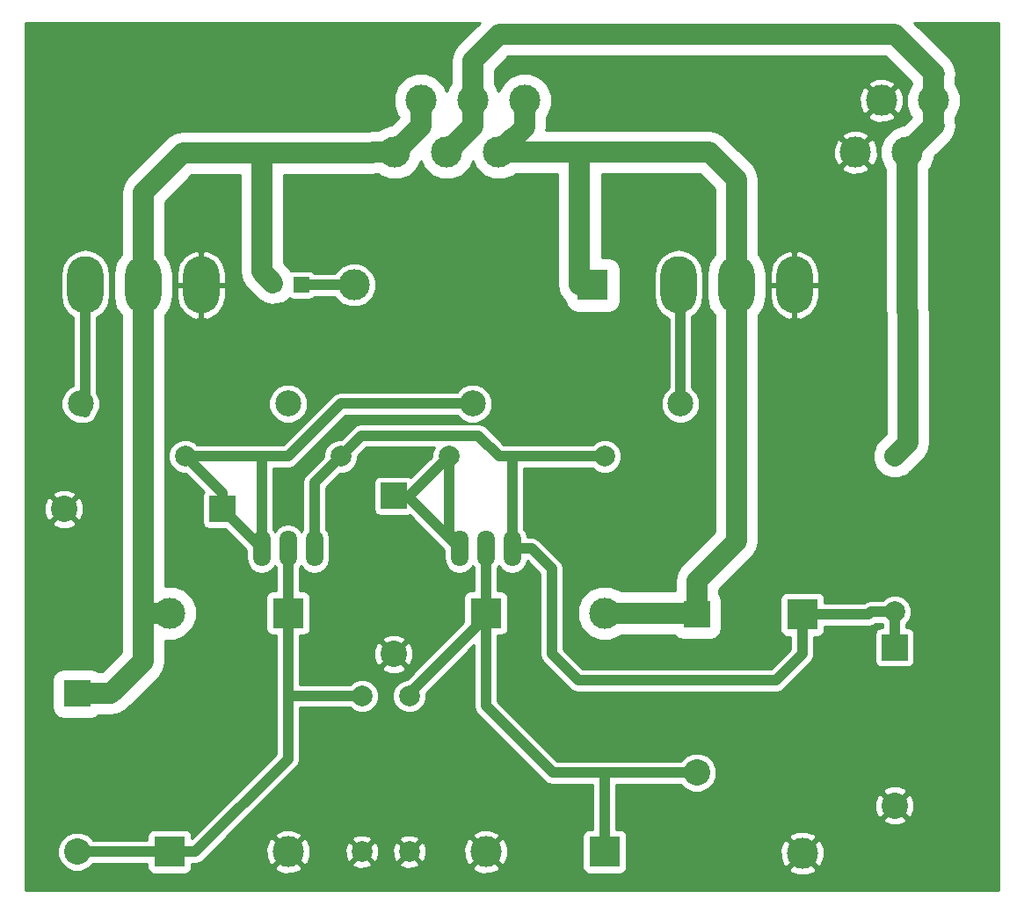
<source format=gbr>
G04 #@! TF.FileFunction,Copper,L2,Bot,Signal*
%FSLAX46Y46*%
G04 Gerber Fmt 4.6, Leading zero omitted, Abs format (unit mm)*
G04 Created by KiCad (PCBNEW 4.0.5+dfsg1-4) date Sun Apr 16 11:46:51 2017*
%MOMM*%
%LPD*%
G01*
G04 APERTURE LIST*
%ADD10C,0.100000*%
%ADD11R,3.000000X3.000000*%
%ADD12C,3.000000*%
%ADD13C,2.540000*%
%ADD14R,2.540000X2.540000*%
%ADD15O,3.500120X5.501640*%
%ADD16O,1.699260X3.500120*%
%ADD17C,1.998980*%
%ADD18C,2.500000*%
%ADD19O,1.500000X1.500000*%
%ADD20R,1.500000X1.500000*%
%ADD21C,1.000000*%
%ADD22C,2.000000*%
%ADD23C,0.254000*%
G04 APERTURE END LIST*
D10*
D11*
X147320000Y-95110000D03*
D12*
X147320000Y-118110000D03*
D11*
X177800000Y-118110000D03*
D12*
X177800000Y-95110000D03*
D11*
X135890000Y-118110000D03*
D12*
X135890000Y-95110000D03*
D11*
X166370000Y-95110000D03*
D12*
X166370000Y-118110000D03*
D13*
X127000000Y-118110000D03*
D14*
X127000000Y-102870000D03*
D11*
X196850000Y-95250000D03*
D12*
X196850000Y-118250000D03*
D11*
X176670000Y-63500000D03*
D12*
X153670000Y-63500000D03*
D13*
X186690000Y-110490000D03*
D14*
X186690000Y-95250000D03*
D15*
X133350000Y-63500000D03*
X127762000Y-63500000D03*
X138938000Y-63500000D03*
D16*
X147320000Y-88900000D03*
X149860000Y-88900000D03*
X144780000Y-88900000D03*
X166370000Y-88900000D03*
X168910000Y-88900000D03*
X163830000Y-88900000D03*
D17*
X154432000Y-103110000D03*
X154432000Y-118110000D03*
D18*
X147320000Y-74930000D03*
X127320000Y-74930000D03*
D17*
X152400000Y-80010000D03*
X137400000Y-80010000D03*
X177800000Y-80010000D03*
X162800000Y-80010000D03*
X159004000Y-103110000D03*
X159004000Y-118110000D03*
D18*
X165100000Y-74930000D03*
X185100000Y-74930000D03*
D17*
X205740000Y-80010000D03*
X205740000Y-95010000D03*
D15*
X190500000Y-63500000D03*
X184912000Y-63500000D03*
X196088000Y-63500000D03*
D12*
X167600640Y-50721260D03*
X170100000Y-45720000D03*
X165100000Y-45720000D03*
X162600640Y-50721260D03*
X157600640Y-50721260D03*
X160100000Y-45720000D03*
X209470000Y-45720000D03*
X206970640Y-50721260D03*
X201970640Y-50721260D03*
X204470000Y-45720000D03*
D19*
X146050000Y-63500000D03*
D20*
X148590000Y-63500000D03*
D13*
X157480000Y-99060000D03*
D14*
X157480000Y-83820000D03*
D13*
X125730000Y-85090000D03*
D14*
X140970000Y-85090000D03*
D13*
X205740000Y-113665000D03*
D14*
X205740000Y-98425000D03*
D21*
X162800000Y-80010000D02*
X162800000Y-87870000D01*
X162800000Y-87870000D02*
X163830000Y-88900000D01*
X157480000Y-83820000D02*
X158990000Y-83820000D01*
X158990000Y-83820000D02*
X162800000Y-80010000D01*
X157480000Y-83820000D02*
X158750000Y-83820000D01*
X158750000Y-83820000D02*
X163830000Y-88900000D01*
X163830000Y-88900000D02*
X163830000Y-88646000D01*
X144780000Y-82550000D02*
X144780000Y-80010000D01*
X137400000Y-80010000D02*
X144780000Y-80010000D01*
X144780000Y-80010000D02*
X147320000Y-80010000D01*
X140970000Y-85090000D02*
X140970000Y-83580000D01*
X140970000Y-83580000D02*
X137400000Y-80010000D01*
X140970000Y-85090000D02*
X144780000Y-88900000D01*
X149860000Y-77470000D02*
X147320000Y-80010000D01*
X165100000Y-74930000D02*
X165098158Y-74928158D01*
X165098158Y-74928158D02*
X152401842Y-74928158D01*
X152401842Y-74928158D02*
X149860000Y-77470000D01*
X144780000Y-88900000D02*
X144780000Y-87390000D01*
X144780000Y-85090000D02*
X144780000Y-88900000D01*
X144780000Y-82550000D02*
X144780000Y-85090000D01*
X149860000Y-88900000D02*
X149860000Y-82550000D01*
X149860000Y-82550000D02*
X152400000Y-80010000D01*
X168910000Y-88900000D02*
X170759630Y-88900000D01*
X170759630Y-88900000D02*
X172720000Y-90860370D01*
X175260000Y-101600000D02*
X194310000Y-101600000D01*
X172720000Y-90860370D02*
X172720000Y-99060000D01*
X172720000Y-99060000D02*
X175260000Y-101600000D01*
X194310000Y-101600000D02*
X196850000Y-99060000D01*
X196850000Y-99060000D02*
X196850000Y-95250000D01*
X167635107Y-80005107D02*
X168910000Y-80005107D01*
X168910000Y-80005107D02*
X175020000Y-80005107D01*
X168910000Y-88900000D02*
X168910000Y-80005107D01*
X205740000Y-95010000D02*
X203440000Y-95010000D01*
X203440000Y-95010000D02*
X203200000Y-95250000D01*
X205740000Y-95010000D02*
X205740000Y-98425000D01*
X175020000Y-80005107D02*
X175024893Y-80010000D01*
X175024893Y-80010000D02*
X177800000Y-80010000D01*
X152400000Y-80010000D02*
X154399491Y-78010509D01*
X154399491Y-78010509D02*
X165640509Y-78010509D01*
X165640509Y-78010509D02*
X167635107Y-80005107D01*
X196850000Y-95250000D02*
X203200000Y-95250000D01*
X149860000Y-88900000D02*
X149860000Y-87999570D01*
X135890000Y-118110000D02*
X138390000Y-118110000D01*
X138390000Y-118110000D02*
X147320000Y-109180000D01*
X147320000Y-109180000D02*
X147320000Y-103110000D01*
X127000000Y-118110000D02*
X135890000Y-118110000D01*
X154432000Y-103110000D02*
X147320000Y-103110000D01*
X147320000Y-97610000D02*
X147320000Y-103110000D01*
X147320000Y-95110000D02*
X147320000Y-97610000D01*
X152820000Y-103110000D02*
X153018508Y-103110000D01*
X153018508Y-103110000D02*
X154432000Y-103110000D01*
X147320000Y-95110000D02*
X147320000Y-88900000D01*
X146812000Y-95236000D02*
X146812000Y-94996000D01*
X146812000Y-94996000D02*
X146812000Y-96012000D01*
D22*
X127000000Y-102870000D02*
X130270000Y-102870000D01*
X130270000Y-102870000D02*
X133350000Y-99790000D01*
X133350000Y-99790000D02*
X133350000Y-95110000D01*
X160100000Y-45720000D02*
X160100000Y-48221900D01*
X160100000Y-48221900D02*
X157600640Y-50721260D01*
X135890000Y-95110000D02*
X133350000Y-95110000D01*
X133350000Y-92424000D02*
X133350000Y-95110000D01*
X133350000Y-63500000D02*
X133350000Y-85090000D01*
X133350000Y-92424000D02*
X133350000Y-85090000D01*
X144780000Y-50800000D02*
X137160000Y-50800000D01*
X146050000Y-50800000D02*
X144780000Y-50800000D01*
X144780000Y-50800000D02*
X144780000Y-62230000D01*
X144780000Y-62230000D02*
X145839999Y-63289999D01*
X155400580Y-50800000D02*
X146050000Y-50800000D01*
X137160000Y-50800000D02*
X133350000Y-54610000D01*
X133350000Y-54610000D02*
X133350000Y-63500000D01*
X157600640Y-50721260D02*
X155479320Y-50721260D01*
X155479320Y-50721260D02*
X155400580Y-50800000D01*
D21*
X186690000Y-110490000D02*
X177800000Y-110490000D01*
X177800000Y-110490000D02*
X172791053Y-110490000D01*
X177800000Y-118110000D02*
X177800000Y-110490000D01*
X172791053Y-110490000D02*
X166370000Y-104068947D01*
X166370000Y-104068947D02*
X166370000Y-95110000D01*
X167004000Y-94856000D02*
X159004000Y-102856000D01*
X166370000Y-88900000D02*
X166370000Y-95110000D01*
D22*
X167600640Y-50721260D02*
X175260000Y-50721260D01*
X175260000Y-50721260D02*
X177800000Y-50721260D01*
X175400000Y-63500000D02*
X175400000Y-50861260D01*
X175400000Y-50861260D02*
X175260000Y-50721260D01*
X177800000Y-50721260D02*
X187881260Y-50721260D01*
X190500000Y-53340000D02*
X190500000Y-55880000D01*
X190500000Y-55880000D02*
X190500000Y-63500000D01*
X187881260Y-50721260D02*
X190500000Y-53340000D01*
X169218739Y-49221261D02*
X170100000Y-48340000D01*
X170100000Y-48340000D02*
X170100000Y-45720000D01*
X167600640Y-50721260D02*
X169100639Y-49221261D01*
X169100639Y-49221261D02*
X169218739Y-49221261D01*
X190500000Y-63500000D02*
X190500000Y-58749180D01*
X177800000Y-95110000D02*
X186550000Y-95110000D01*
X186550000Y-95110000D02*
X186690000Y-95250000D01*
X186690000Y-95250000D02*
X186690000Y-91980000D01*
X186690000Y-91980000D02*
X190500000Y-88170000D01*
X190500000Y-88170000D02*
X190500000Y-68250820D01*
X190500000Y-68250820D02*
X190500000Y-63500000D01*
D21*
X186690000Y-95250000D02*
X186690000Y-92980000D01*
X127762000Y-63500000D02*
X127762000Y-75758000D01*
X185100000Y-74930000D02*
X185100000Y-63688000D01*
X185100000Y-63688000D02*
X184912000Y-63500000D01*
D22*
X209550000Y-48141900D02*
X209470000Y-48061900D01*
X209470000Y-48061900D02*
X209470000Y-45720000D01*
X206970640Y-50721260D02*
X209550000Y-48141900D01*
X207010000Y-66040000D02*
X207010000Y-78740000D01*
X207010000Y-78740000D02*
X205740000Y-80010000D01*
X165100000Y-48221900D02*
X165100000Y-47841320D01*
X165100000Y-47841320D02*
X165100000Y-45720000D01*
X162600640Y-50721260D02*
X165100000Y-48221900D01*
X209470000Y-45720000D02*
X209470000Y-43260000D01*
X209470000Y-43260000D02*
X209550000Y-43180000D01*
X206970640Y-66000640D02*
X206970640Y-50721260D01*
X207010000Y-66040000D02*
X206970640Y-66000640D01*
X209550000Y-43180000D02*
X209509360Y-43220640D01*
X205740000Y-39370000D02*
X209550000Y-43180000D01*
X167640000Y-39370000D02*
X205740000Y-39370000D01*
X165100000Y-41910000D02*
X167640000Y-39370000D01*
X165100000Y-45720000D02*
X165100000Y-41910000D01*
D21*
X148590000Y-63500000D02*
X152400000Y-63500000D01*
D23*
G36*
X163595984Y-40405984D02*
X163134908Y-41096032D01*
X162973000Y-41910000D01*
X162973000Y-44131389D01*
X162874236Y-44229981D01*
X162599820Y-44890849D01*
X162328361Y-44233868D01*
X161590019Y-43494236D01*
X160624835Y-43093457D01*
X159579750Y-43092545D01*
X158613868Y-43491639D01*
X157874236Y-44229981D01*
X157473457Y-45195165D01*
X157472545Y-46240250D01*
X157871639Y-47206132D01*
X157973000Y-47307670D01*
X157973000Y-47340868D01*
X157219941Y-48093927D01*
X157080390Y-48093805D01*
X156114508Y-48492899D01*
X156012970Y-48594260D01*
X155479320Y-48594260D01*
X155083467Y-48673000D01*
X137160000Y-48673000D01*
X136346032Y-48834908D01*
X136045275Y-49035868D01*
X135655984Y-49295984D01*
X131845984Y-53105984D01*
X131384908Y-53796032D01*
X131223000Y-54610000D01*
X131223000Y-60527482D01*
X130691943Y-61322266D01*
X130472940Y-62423269D01*
X130472940Y-64576731D01*
X130691943Y-65677734D01*
X131223000Y-66472518D01*
X131223000Y-98908968D01*
X129388968Y-100743000D01*
X129012031Y-100743000D01*
X128717056Y-100541452D01*
X128270000Y-100450921D01*
X125730000Y-100450921D01*
X125312359Y-100529506D01*
X124928781Y-100776331D01*
X124671452Y-101152944D01*
X124580921Y-101600000D01*
X124580921Y-104140000D01*
X124659506Y-104557641D01*
X124906331Y-104941219D01*
X125282944Y-105198548D01*
X125730000Y-105289079D01*
X128270000Y-105289079D01*
X128687641Y-105210494D01*
X129019421Y-104997000D01*
X130270000Y-104997000D01*
X131083968Y-104835092D01*
X131774016Y-104374016D01*
X134854016Y-101294016D01*
X134948277Y-101152944D01*
X135315092Y-100603968D01*
X135477000Y-99790000D01*
X135477000Y-97736641D01*
X136410250Y-97737455D01*
X137376132Y-97338361D01*
X138115764Y-96600019D01*
X138516543Y-95634835D01*
X138517455Y-94589750D01*
X138118361Y-93623868D01*
X137380019Y-92884236D01*
X136414835Y-92483457D01*
X135477000Y-92482639D01*
X135477000Y-75303305D01*
X145434674Y-75303305D01*
X145721043Y-75996372D01*
X146250839Y-76527093D01*
X146943405Y-76814672D01*
X147693305Y-76815326D01*
X148386372Y-76528957D01*
X148917093Y-75999161D01*
X149204672Y-75306595D01*
X149205326Y-74556695D01*
X148918957Y-73863628D01*
X148389161Y-73332907D01*
X147696595Y-73045328D01*
X146946695Y-73044674D01*
X146253628Y-73331043D01*
X145722907Y-73860839D01*
X145435328Y-74553405D01*
X145434674Y-75303305D01*
X135477000Y-75303305D01*
X135477000Y-66472518D01*
X136008057Y-65677734D01*
X136227060Y-64576731D01*
X136227060Y-63627000D01*
X136552940Y-63627000D01*
X136552940Y-64627760D01*
X136783093Y-65530816D01*
X137341311Y-66277055D01*
X138142610Y-66752869D01*
X138439987Y-66833246D01*
X138811000Y-66723445D01*
X138811000Y-63627000D01*
X139065000Y-63627000D01*
X139065000Y-66723445D01*
X139436013Y-66833246D01*
X139733390Y-66752869D01*
X140534689Y-66277055D01*
X141092907Y-65530816D01*
X141323060Y-64627760D01*
X141323060Y-63627000D01*
X139065000Y-63627000D01*
X138811000Y-63627000D01*
X136552940Y-63627000D01*
X136227060Y-63627000D01*
X136227060Y-62423269D01*
X136216910Y-62372240D01*
X136552940Y-62372240D01*
X136552940Y-63373000D01*
X138811000Y-63373000D01*
X138811000Y-60276555D01*
X139065000Y-60276555D01*
X139065000Y-63373000D01*
X141323060Y-63373000D01*
X141323060Y-62372240D01*
X141092907Y-61469184D01*
X140534689Y-60722945D01*
X139733390Y-60247131D01*
X139436013Y-60166754D01*
X139065000Y-60276555D01*
X138811000Y-60276555D01*
X138439987Y-60166754D01*
X138142610Y-60247131D01*
X137341311Y-60722945D01*
X136783093Y-61469184D01*
X136552940Y-62372240D01*
X136216910Y-62372240D01*
X136008057Y-61322266D01*
X135477000Y-60527482D01*
X135477000Y-55491032D01*
X138041032Y-52927000D01*
X142653000Y-52927000D01*
X142653000Y-62230000D01*
X142814908Y-63043968D01*
X143275984Y-63734016D01*
X144335983Y-64794015D01*
X145026031Y-65255091D01*
X145839999Y-65416999D01*
X146041088Y-65377000D01*
X146086773Y-65377000D01*
X146805070Y-65234122D01*
X147414012Y-64827239D01*
X147459778Y-64758746D01*
X147588110Y-64846431D01*
X147840000Y-64897440D01*
X149340000Y-64897440D01*
X149575317Y-64853162D01*
X149791441Y-64714090D01*
X149845481Y-64635000D01*
X151828900Y-64635000D01*
X151858980Y-64707800D01*
X152459041Y-65308909D01*
X153243459Y-65634628D01*
X154092815Y-65635370D01*
X154877800Y-65311020D01*
X155478909Y-64710959D01*
X155804628Y-63926541D01*
X155805370Y-63077185D01*
X155481020Y-62292200D01*
X154880959Y-61691091D01*
X154096541Y-61365372D01*
X153247185Y-61364630D01*
X152462200Y-61688980D01*
X151861091Y-62289041D01*
X151829550Y-62365000D01*
X149846844Y-62365000D01*
X149804090Y-62298559D01*
X149591890Y-62153569D01*
X149340000Y-62102560D01*
X147840000Y-62102560D01*
X147604683Y-62146838D01*
X147591010Y-62155636D01*
X147344015Y-61785983D01*
X146907000Y-61348968D01*
X146907000Y-52927000D01*
X155400580Y-52927000D01*
X155796433Y-52848260D01*
X156012029Y-52848260D01*
X156110621Y-52947024D01*
X157075805Y-53347803D01*
X158120890Y-53348715D01*
X159086772Y-52949621D01*
X159826404Y-52211279D01*
X160100820Y-51550411D01*
X160372279Y-52207392D01*
X161110621Y-52947024D01*
X162075805Y-53347803D01*
X163120890Y-53348715D01*
X164086772Y-52949621D01*
X164826404Y-52211279D01*
X165100820Y-51550411D01*
X165372279Y-52207392D01*
X166110621Y-52947024D01*
X167075805Y-53347803D01*
X168120890Y-53348715D01*
X169086772Y-52949621D01*
X169188310Y-52848260D01*
X173273000Y-52848260D01*
X173273000Y-63500000D01*
X173434908Y-64313968D01*
X173895984Y-65004016D01*
X174039752Y-65100079D01*
X174099506Y-65417641D01*
X174346331Y-65801219D01*
X174722944Y-66058548D01*
X175170000Y-66149079D01*
X178170000Y-66149079D01*
X178587641Y-66070494D01*
X178971219Y-65823669D01*
X179228548Y-65447056D01*
X179319079Y-65000000D01*
X179319079Y-62432908D01*
X182526940Y-62432908D01*
X182526940Y-64567092D01*
X182708492Y-65479815D01*
X183225508Y-66253584D01*
X183965000Y-66747697D01*
X183965000Y-73399551D01*
X183502907Y-73860839D01*
X183215328Y-74553405D01*
X183214674Y-75303305D01*
X183501043Y-75996372D01*
X184030839Y-76527093D01*
X184723405Y-76814672D01*
X185473305Y-76815326D01*
X186166372Y-76528957D01*
X186697093Y-75999161D01*
X186984672Y-75306595D01*
X186985326Y-74556695D01*
X186698957Y-73863628D01*
X186235000Y-73398861D01*
X186235000Y-66496462D01*
X186598492Y-66253584D01*
X187115508Y-65479815D01*
X187297060Y-64567092D01*
X187297060Y-62432908D01*
X187115508Y-61520185D01*
X186598492Y-60746416D01*
X185824723Y-60229400D01*
X184912000Y-60047848D01*
X183999277Y-60229400D01*
X183225508Y-60746416D01*
X182708492Y-61520185D01*
X182526940Y-62432908D01*
X179319079Y-62432908D01*
X179319079Y-62000000D01*
X179240494Y-61582359D01*
X178993669Y-61198781D01*
X178617056Y-60941452D01*
X178170000Y-60850921D01*
X177527000Y-60850921D01*
X177527000Y-52848260D01*
X187000228Y-52848260D01*
X188373000Y-54221032D01*
X188373000Y-60527482D01*
X187841943Y-61322266D01*
X187622940Y-62423269D01*
X187622940Y-64576731D01*
X187841943Y-65677734D01*
X188373000Y-66472518D01*
X188373000Y-87288968D01*
X185185984Y-90475984D01*
X184724908Y-91166032D01*
X184563000Y-91980000D01*
X184563000Y-92983000D01*
X179388611Y-92983000D01*
X179290019Y-92884236D01*
X178324835Y-92483457D01*
X177279750Y-92482545D01*
X176313868Y-92881639D01*
X175574236Y-93619981D01*
X175173457Y-94585165D01*
X175172545Y-95630250D01*
X175571639Y-96596132D01*
X176309981Y-97335764D01*
X177275165Y-97736543D01*
X178320250Y-97737455D01*
X179286132Y-97338361D01*
X179387670Y-97237000D01*
X184542138Y-97237000D01*
X184596331Y-97321219D01*
X184972944Y-97578548D01*
X185420000Y-97669079D01*
X187960000Y-97669079D01*
X188377641Y-97590494D01*
X188761219Y-97343669D01*
X189018548Y-96967056D01*
X189109079Y-96520000D01*
X189109079Y-93980000D01*
X189030494Y-93562359D01*
X188817000Y-93230579D01*
X188817000Y-92861032D01*
X192004016Y-89674016D01*
X192465092Y-88983968D01*
X192627000Y-88170000D01*
X192627000Y-66472518D01*
X193158057Y-65677734D01*
X193377060Y-64576731D01*
X193377060Y-63627000D01*
X193702940Y-63627000D01*
X193702940Y-64627760D01*
X193933093Y-65530816D01*
X194491311Y-66277055D01*
X195292610Y-66752869D01*
X195589987Y-66833246D01*
X195961000Y-66723445D01*
X195961000Y-63627000D01*
X196215000Y-63627000D01*
X196215000Y-66723445D01*
X196586013Y-66833246D01*
X196883390Y-66752869D01*
X197684689Y-66277055D01*
X198242907Y-65530816D01*
X198473060Y-64627760D01*
X198473060Y-63627000D01*
X196215000Y-63627000D01*
X195961000Y-63627000D01*
X193702940Y-63627000D01*
X193377060Y-63627000D01*
X193377060Y-62423269D01*
X193366910Y-62372240D01*
X193702940Y-62372240D01*
X193702940Y-63373000D01*
X195961000Y-63373000D01*
X195961000Y-60276555D01*
X196215000Y-60276555D01*
X196215000Y-63373000D01*
X198473060Y-63373000D01*
X198473060Y-62372240D01*
X198242907Y-61469184D01*
X197684689Y-60722945D01*
X196883390Y-60247131D01*
X196586013Y-60166754D01*
X196215000Y-60276555D01*
X195961000Y-60276555D01*
X195589987Y-60166754D01*
X195292610Y-60247131D01*
X194491311Y-60722945D01*
X193933093Y-61469184D01*
X193702940Y-62372240D01*
X193366910Y-62372240D01*
X193158057Y-61322266D01*
X192627000Y-60527482D01*
X192627000Y-53340000D01*
X192465092Y-52526032D01*
X192270785Y-52235230D01*
X200636275Y-52235230D01*
X200796058Y-52553999D01*
X201586827Y-52863983D01*
X202436027Y-52847757D01*
X203145222Y-52553999D01*
X203305005Y-52235230D01*
X201970640Y-50900865D01*
X200636275Y-52235230D01*
X192270785Y-52235230D01*
X192004016Y-51835984D01*
X190505479Y-50337447D01*
X199827917Y-50337447D01*
X199844143Y-51186647D01*
X200137901Y-51895842D01*
X200456670Y-52055625D01*
X201791035Y-50721260D01*
X202150245Y-50721260D01*
X203484610Y-52055625D01*
X203803379Y-51895842D01*
X204113363Y-51105073D01*
X204097137Y-50255873D01*
X203803379Y-49546678D01*
X203484610Y-49386895D01*
X202150245Y-50721260D01*
X201791035Y-50721260D01*
X200456670Y-49386895D01*
X200137901Y-49546678D01*
X199827917Y-50337447D01*
X190505479Y-50337447D01*
X189385276Y-49217244D01*
X189370379Y-49207290D01*
X200636275Y-49207290D01*
X201970640Y-50541655D01*
X203305005Y-49207290D01*
X203145222Y-48888521D01*
X202354453Y-48578537D01*
X201505253Y-48594763D01*
X200796058Y-48888521D01*
X200636275Y-49207290D01*
X189370379Y-49207290D01*
X188695228Y-48756168D01*
X187881260Y-48594260D01*
X172176425Y-48594260D01*
X172227000Y-48340000D01*
X172227000Y-47308611D01*
X172301771Y-47233970D01*
X203135635Y-47233970D01*
X203295418Y-47552739D01*
X204086187Y-47862723D01*
X204935387Y-47846497D01*
X205644582Y-47552739D01*
X205804365Y-47233970D01*
X204470000Y-45899605D01*
X203135635Y-47233970D01*
X172301771Y-47233970D01*
X172325764Y-47210019D01*
X172726543Y-46244835D01*
X172727335Y-45336187D01*
X202327277Y-45336187D01*
X202343503Y-46185387D01*
X202637261Y-46894582D01*
X202956030Y-47054365D01*
X204290395Y-45720000D01*
X204649605Y-45720000D01*
X205983970Y-47054365D01*
X206302739Y-46894582D01*
X206612723Y-46103813D01*
X206596497Y-45254613D01*
X206302739Y-44545418D01*
X205983970Y-44385635D01*
X204649605Y-45720000D01*
X204290395Y-45720000D01*
X202956030Y-44385635D01*
X202637261Y-44545418D01*
X202327277Y-45336187D01*
X172727335Y-45336187D01*
X172727455Y-45199750D01*
X172328361Y-44233868D01*
X172300572Y-44206030D01*
X203135635Y-44206030D01*
X204470000Y-45540395D01*
X205804365Y-44206030D01*
X205644582Y-43887261D01*
X204853813Y-43577277D01*
X204004613Y-43593503D01*
X203295418Y-43887261D01*
X203135635Y-44206030D01*
X172300572Y-44206030D01*
X171590019Y-43494236D01*
X170624835Y-43093457D01*
X169579750Y-43092545D01*
X168613868Y-43491639D01*
X167874236Y-44229981D01*
X167599820Y-44890849D01*
X167328361Y-44233868D01*
X167227000Y-44132330D01*
X167227000Y-42791032D01*
X168521032Y-41497000D01*
X204858968Y-41497000D01*
X207343000Y-43981032D01*
X207343000Y-44131389D01*
X207244236Y-44229981D01*
X206843457Y-45195165D01*
X206842545Y-46240250D01*
X207241639Y-47206132D01*
X207343000Y-47307670D01*
X207343000Y-47340868D01*
X206589941Y-48093927D01*
X206450390Y-48093805D01*
X205484508Y-48492899D01*
X204744876Y-49231241D01*
X204344097Y-50196425D01*
X204343185Y-51241510D01*
X204742279Y-52207392D01*
X204843640Y-52308930D01*
X204843640Y-66000640D01*
X204883000Y-66198516D01*
X204883000Y-77858968D01*
X204235984Y-78505984D01*
X204234539Y-78508147D01*
X203938301Y-78803868D01*
X203776366Y-79193850D01*
X203774908Y-79196032D01*
X203774400Y-79198584D01*
X203613880Y-79585159D01*
X203613512Y-80007428D01*
X203613000Y-80010000D01*
X203613507Y-80012550D01*
X203613142Y-80431129D01*
X203774396Y-80821392D01*
X203774908Y-80823968D01*
X203776354Y-80826132D01*
X203936199Y-81212986D01*
X204234526Y-81511834D01*
X204235984Y-81514016D01*
X204238147Y-81515461D01*
X204533868Y-81811699D01*
X204923850Y-81973634D01*
X204926032Y-81975092D01*
X204928584Y-81975600D01*
X205315159Y-82136120D01*
X205737428Y-82136488D01*
X205740000Y-82137000D01*
X205742550Y-82136493D01*
X206161129Y-82136858D01*
X206551392Y-81975604D01*
X206553968Y-81975092D01*
X206556132Y-81973646D01*
X206942986Y-81813801D01*
X207241834Y-81515474D01*
X207244016Y-81514016D01*
X208514016Y-80244016D01*
X208975092Y-79553968D01*
X209137000Y-78740000D01*
X209137000Y-66040000D01*
X209097640Y-65842124D01*
X209097640Y-52309871D01*
X209196404Y-52211279D01*
X209597183Y-51246095D01*
X209597308Y-51102624D01*
X211054016Y-49645916D01*
X211515092Y-48955868D01*
X211677000Y-48141900D01*
X211597000Y-47739712D01*
X211597000Y-47308611D01*
X211695764Y-47210019D01*
X212096543Y-46244835D01*
X212097455Y-45199750D01*
X211698361Y-44233868D01*
X211597000Y-44132330D01*
X211597000Y-43582188D01*
X211677000Y-43180000D01*
X211515092Y-42366032D01*
X211054016Y-41675984D01*
X207605032Y-38227000D01*
X215773000Y-38227000D01*
X215773000Y-121793000D01*
X122047000Y-121793000D01*
X122047000Y-118487265D01*
X125094670Y-118487265D01*
X125384078Y-119187686D01*
X125919495Y-119724039D01*
X126619410Y-120014668D01*
X127377265Y-120015330D01*
X128077686Y-119725922D01*
X128559449Y-119245000D01*
X133742560Y-119245000D01*
X133742560Y-119610000D01*
X133786838Y-119845317D01*
X133925910Y-120061441D01*
X134138110Y-120206431D01*
X134390000Y-120257440D01*
X137390000Y-120257440D01*
X137625317Y-120213162D01*
X137841441Y-120074090D01*
X137986431Y-119861890D01*
X138034611Y-119623970D01*
X145985635Y-119623970D01*
X146145418Y-119942739D01*
X146936187Y-120252723D01*
X147785387Y-120236497D01*
X148494582Y-119942739D01*
X148654365Y-119623970D01*
X147320000Y-118289605D01*
X145985635Y-119623970D01*
X138034611Y-119623970D01*
X138037440Y-119610000D01*
X138037440Y-119245000D01*
X138390000Y-119245000D01*
X138824346Y-119158603D01*
X139192566Y-118912566D01*
X140378945Y-117726187D01*
X145177277Y-117726187D01*
X145193503Y-118575387D01*
X145487261Y-119284582D01*
X145806030Y-119444365D01*
X147140395Y-118110000D01*
X147499605Y-118110000D01*
X148833970Y-119444365D01*
X149152739Y-119284582D01*
X149161527Y-119262163D01*
X153459443Y-119262163D01*
X153558042Y-119528965D01*
X154167582Y-119755401D01*
X154817377Y-119731341D01*
X155305958Y-119528965D01*
X155404557Y-119262163D01*
X158031443Y-119262163D01*
X158130042Y-119528965D01*
X158739582Y-119755401D01*
X159389377Y-119731341D01*
X159648594Y-119623970D01*
X165035635Y-119623970D01*
X165195418Y-119942739D01*
X165986187Y-120252723D01*
X166835387Y-120236497D01*
X167544582Y-119942739D01*
X167704365Y-119623970D01*
X166370000Y-118289605D01*
X165035635Y-119623970D01*
X159648594Y-119623970D01*
X159877958Y-119528965D01*
X159976557Y-119262163D01*
X159004000Y-118289605D01*
X158031443Y-119262163D01*
X155404557Y-119262163D01*
X154432000Y-118289605D01*
X153459443Y-119262163D01*
X149161527Y-119262163D01*
X149462723Y-118493813D01*
X149450337Y-117845582D01*
X152786599Y-117845582D01*
X152810659Y-118495377D01*
X153013035Y-118983958D01*
X153279837Y-119082557D01*
X154252395Y-118110000D01*
X154611605Y-118110000D01*
X155584163Y-119082557D01*
X155850965Y-118983958D01*
X156077401Y-118374418D01*
X156057820Y-117845582D01*
X157358599Y-117845582D01*
X157382659Y-118495377D01*
X157585035Y-118983958D01*
X157851837Y-119082557D01*
X158824395Y-118110000D01*
X159183605Y-118110000D01*
X160156163Y-119082557D01*
X160422965Y-118983958D01*
X160649401Y-118374418D01*
X160625399Y-117726187D01*
X164227277Y-117726187D01*
X164243503Y-118575387D01*
X164537261Y-119284582D01*
X164856030Y-119444365D01*
X166190395Y-118110000D01*
X166549605Y-118110000D01*
X167883970Y-119444365D01*
X168202739Y-119284582D01*
X168512723Y-118493813D01*
X168496497Y-117644613D01*
X168202739Y-116935418D01*
X167883970Y-116775635D01*
X166549605Y-118110000D01*
X166190395Y-118110000D01*
X164856030Y-116775635D01*
X164537261Y-116935418D01*
X164227277Y-117726187D01*
X160625399Y-117726187D01*
X160625341Y-117724623D01*
X160422965Y-117236042D01*
X160156163Y-117137443D01*
X159183605Y-118110000D01*
X158824395Y-118110000D01*
X157851837Y-117137443D01*
X157585035Y-117236042D01*
X157358599Y-117845582D01*
X156057820Y-117845582D01*
X156053341Y-117724623D01*
X155850965Y-117236042D01*
X155584163Y-117137443D01*
X154611605Y-118110000D01*
X154252395Y-118110000D01*
X153279837Y-117137443D01*
X153013035Y-117236042D01*
X152786599Y-117845582D01*
X149450337Y-117845582D01*
X149446497Y-117644613D01*
X149162026Y-116957837D01*
X153459443Y-116957837D01*
X154432000Y-117930395D01*
X155404557Y-116957837D01*
X158031443Y-116957837D01*
X159004000Y-117930395D01*
X159976557Y-116957837D01*
X159877958Y-116691035D01*
X159622216Y-116596030D01*
X165035635Y-116596030D01*
X166370000Y-117930395D01*
X167704365Y-116596030D01*
X167544582Y-116277261D01*
X166753813Y-115967277D01*
X165904613Y-115983503D01*
X165195418Y-116277261D01*
X165035635Y-116596030D01*
X159622216Y-116596030D01*
X159268418Y-116464599D01*
X158618623Y-116488659D01*
X158130042Y-116691035D01*
X158031443Y-116957837D01*
X155404557Y-116957837D01*
X155305958Y-116691035D01*
X154696418Y-116464599D01*
X154046623Y-116488659D01*
X153558042Y-116691035D01*
X153459443Y-116957837D01*
X149162026Y-116957837D01*
X149152739Y-116935418D01*
X148833970Y-116775635D01*
X147499605Y-118110000D01*
X147140395Y-118110000D01*
X145806030Y-116775635D01*
X145487261Y-116935418D01*
X145177277Y-117726187D01*
X140378945Y-117726187D01*
X141509102Y-116596030D01*
X145985635Y-116596030D01*
X147320000Y-117930395D01*
X148654365Y-116596030D01*
X148494582Y-116277261D01*
X147703813Y-115967277D01*
X146854613Y-115983503D01*
X146145418Y-116277261D01*
X145985635Y-116596030D01*
X141509102Y-116596030D01*
X148122566Y-109982566D01*
X148319767Y-109687434D01*
X148368603Y-109614346D01*
X148455000Y-109180000D01*
X148455000Y-104245000D01*
X153255516Y-104245000D01*
X153504927Y-104494846D01*
X154105453Y-104744206D01*
X154755694Y-104744774D01*
X155356655Y-104496462D01*
X155816846Y-104037073D01*
X156066206Y-103436547D01*
X156066774Y-102786306D01*
X155818462Y-102185345D01*
X155359073Y-101725154D01*
X154758547Y-101475794D01*
X154108306Y-101475226D01*
X153507345Y-101723538D01*
X153255444Y-101975000D01*
X148455000Y-101975000D01*
X148455000Y-100407777D01*
X156311828Y-100407777D01*
X156443520Y-100702657D01*
X157151036Y-100974261D01*
X157908632Y-100954436D01*
X158516480Y-100702657D01*
X158648172Y-100407777D01*
X157480000Y-99239605D01*
X156311828Y-100407777D01*
X148455000Y-100407777D01*
X148455000Y-98731036D01*
X155565739Y-98731036D01*
X155585564Y-99488632D01*
X155837343Y-100096480D01*
X156132223Y-100228172D01*
X157300395Y-99060000D01*
X157659605Y-99060000D01*
X158827777Y-100228172D01*
X159122657Y-100096480D01*
X159394261Y-99388964D01*
X159374436Y-98631368D01*
X159122657Y-98023520D01*
X158827777Y-97891828D01*
X157659605Y-99060000D01*
X157300395Y-99060000D01*
X156132223Y-97891828D01*
X155837343Y-98023520D01*
X155565739Y-98731036D01*
X148455000Y-98731036D01*
X148455000Y-97712223D01*
X156311828Y-97712223D01*
X157480000Y-98880395D01*
X158648172Y-97712223D01*
X158516480Y-97417343D01*
X157808964Y-97145739D01*
X157051368Y-97165564D01*
X156443520Y-97417343D01*
X156311828Y-97712223D01*
X148455000Y-97712223D01*
X148455000Y-97257440D01*
X148820000Y-97257440D01*
X149055317Y-97213162D01*
X149271441Y-97074090D01*
X149416431Y-96861890D01*
X149467440Y-96610000D01*
X149467440Y-93610000D01*
X149423162Y-93374683D01*
X149284090Y-93158559D01*
X149071890Y-93013569D01*
X148820000Y-92962560D01*
X148455000Y-92962560D01*
X148455000Y-90769425D01*
X148590000Y-90567383D01*
X148810208Y-90896948D01*
X149291857Y-91218775D01*
X149860000Y-91331786D01*
X150428143Y-91218775D01*
X150909792Y-90896948D01*
X151231619Y-90415299D01*
X151344630Y-89847156D01*
X151344630Y-87952844D01*
X151231619Y-87384701D01*
X150995000Y-87030575D01*
X150995000Y-83020132D01*
X152370667Y-81644466D01*
X152723694Y-81644774D01*
X153324655Y-81396462D01*
X153784846Y-80937073D01*
X154034206Y-80336547D01*
X154034517Y-79980615D01*
X154869623Y-79145509D01*
X161389168Y-79145509D01*
X161165794Y-79683453D01*
X161165483Y-80039385D01*
X159150059Y-82054809D01*
X159001890Y-81953569D01*
X158750000Y-81902560D01*
X156210000Y-81902560D01*
X155974683Y-81946838D01*
X155758559Y-82085910D01*
X155613569Y-82298110D01*
X155562560Y-82550000D01*
X155562560Y-85090000D01*
X155606838Y-85325317D01*
X155745910Y-85541441D01*
X155958110Y-85686431D01*
X156210000Y-85737440D01*
X158750000Y-85737440D01*
X158985317Y-85693162D01*
X159005222Y-85680354D01*
X162345370Y-89020502D01*
X162345370Y-89847156D01*
X162458381Y-90415299D01*
X162780208Y-90896948D01*
X163261857Y-91218775D01*
X163830000Y-91331786D01*
X164398143Y-91218775D01*
X164879792Y-90896948D01*
X165100000Y-90567383D01*
X165235000Y-90769425D01*
X165235000Y-92962560D01*
X164870000Y-92962560D01*
X164634683Y-93006838D01*
X164418559Y-93145910D01*
X164273569Y-93358110D01*
X164222560Y-93610000D01*
X164222560Y-96032307D01*
X158779555Y-101475313D01*
X158680306Y-101475226D01*
X158079345Y-101723538D01*
X157619154Y-102182927D01*
X157369794Y-102783453D01*
X157369226Y-103433694D01*
X157617538Y-104034655D01*
X158076927Y-104494846D01*
X158677453Y-104744206D01*
X159327694Y-104744774D01*
X159928655Y-104496462D01*
X160388846Y-104037073D01*
X160638206Y-103436547D01*
X160638739Y-102826393D01*
X165235000Y-98230133D01*
X165235000Y-104068947D01*
X165321397Y-104503293D01*
X165377366Y-104587056D01*
X165567434Y-104871513D01*
X171988487Y-111292566D01*
X172356707Y-111538603D01*
X172791053Y-111625000D01*
X176665000Y-111625000D01*
X176665000Y-115962560D01*
X176300000Y-115962560D01*
X176064683Y-116006838D01*
X175848559Y-116145910D01*
X175703569Y-116358110D01*
X175652560Y-116610000D01*
X175652560Y-119610000D01*
X175696838Y-119845317D01*
X175835910Y-120061441D01*
X176048110Y-120206431D01*
X176300000Y-120257440D01*
X179300000Y-120257440D01*
X179535317Y-120213162D01*
X179751441Y-120074090D01*
X179896431Y-119861890D01*
X179916260Y-119763970D01*
X195515635Y-119763970D01*
X195675418Y-120082739D01*
X196466187Y-120392723D01*
X197315387Y-120376497D01*
X198024582Y-120082739D01*
X198184365Y-119763970D01*
X196850000Y-118429605D01*
X195515635Y-119763970D01*
X179916260Y-119763970D01*
X179947440Y-119610000D01*
X179947440Y-117866187D01*
X194707277Y-117866187D01*
X194723503Y-118715387D01*
X195017261Y-119424582D01*
X195336030Y-119584365D01*
X196670395Y-118250000D01*
X197029605Y-118250000D01*
X198363970Y-119584365D01*
X198682739Y-119424582D01*
X198992723Y-118633813D01*
X198976497Y-117784613D01*
X198682739Y-117075418D01*
X198363970Y-116915635D01*
X197029605Y-118250000D01*
X196670395Y-118250000D01*
X195336030Y-116915635D01*
X195017261Y-117075418D01*
X194707277Y-117866187D01*
X179947440Y-117866187D01*
X179947440Y-116736030D01*
X195515635Y-116736030D01*
X196850000Y-118070395D01*
X198184365Y-116736030D01*
X198024582Y-116417261D01*
X197233813Y-116107277D01*
X196384613Y-116123503D01*
X195675418Y-116417261D01*
X195515635Y-116736030D01*
X179947440Y-116736030D01*
X179947440Y-116610000D01*
X179903162Y-116374683D01*
X179764090Y-116158559D01*
X179551890Y-116013569D01*
X179300000Y-115962560D01*
X178935000Y-115962560D01*
X178935000Y-115012777D01*
X204571828Y-115012777D01*
X204703520Y-115307657D01*
X205411036Y-115579261D01*
X206168632Y-115559436D01*
X206776480Y-115307657D01*
X206908172Y-115012777D01*
X205740000Y-113844605D01*
X204571828Y-115012777D01*
X178935000Y-115012777D01*
X178935000Y-113336036D01*
X203825739Y-113336036D01*
X203845564Y-114093632D01*
X204097343Y-114701480D01*
X204392223Y-114833172D01*
X205560395Y-113665000D01*
X205919605Y-113665000D01*
X207087777Y-114833172D01*
X207382657Y-114701480D01*
X207654261Y-113993964D01*
X207634436Y-113236368D01*
X207382657Y-112628520D01*
X207087777Y-112496828D01*
X205919605Y-113665000D01*
X205560395Y-113665000D01*
X204392223Y-112496828D01*
X204097343Y-112628520D01*
X203825739Y-113336036D01*
X178935000Y-113336036D01*
X178935000Y-111625000D01*
X185131292Y-111625000D01*
X185609495Y-112104039D01*
X186309410Y-112394668D01*
X187067265Y-112395330D01*
X187256298Y-112317223D01*
X204571828Y-112317223D01*
X205740000Y-113485395D01*
X206908172Y-112317223D01*
X206776480Y-112022343D01*
X206068964Y-111750739D01*
X205311368Y-111770564D01*
X204703520Y-112022343D01*
X204571828Y-112317223D01*
X187256298Y-112317223D01*
X187767686Y-112105922D01*
X188304039Y-111570505D01*
X188594668Y-110870590D01*
X188595330Y-110112735D01*
X188305922Y-109412314D01*
X187770505Y-108875961D01*
X187070590Y-108585332D01*
X186312735Y-108584670D01*
X185612314Y-108874078D01*
X185130551Y-109355000D01*
X173261185Y-109355000D01*
X167505000Y-103598815D01*
X167505000Y-97257440D01*
X167870000Y-97257440D01*
X168105317Y-97213162D01*
X168321441Y-97074090D01*
X168466431Y-96861890D01*
X168517440Y-96610000D01*
X168517440Y-93610000D01*
X168473162Y-93374683D01*
X168334090Y-93158559D01*
X168121890Y-93013569D01*
X167870000Y-92962560D01*
X167505000Y-92962560D01*
X167505000Y-90769425D01*
X167640000Y-90567383D01*
X167860208Y-90896948D01*
X168341857Y-91218775D01*
X168910000Y-91331786D01*
X169478143Y-91218775D01*
X169959792Y-90896948D01*
X170281619Y-90415299D01*
X170346022Y-90091524D01*
X171585000Y-91330502D01*
X171585000Y-99060000D01*
X171671397Y-99494346D01*
X171715266Y-99560000D01*
X171917434Y-99862566D01*
X174457433Y-102402566D01*
X174825654Y-102648603D01*
X175260000Y-102735000D01*
X194310000Y-102735000D01*
X194744346Y-102648603D01*
X195112566Y-102402566D01*
X197652566Y-99862567D01*
X197898603Y-99494346D01*
X197949274Y-99239605D01*
X197985000Y-99060000D01*
X197985000Y-97397440D01*
X198350000Y-97397440D01*
X198585317Y-97353162D01*
X198801441Y-97214090D01*
X198946431Y-97001890D01*
X198997440Y-96750000D01*
X198997440Y-96385000D01*
X203200000Y-96385000D01*
X203634346Y-96298603D01*
X203864229Y-96145000D01*
X204563516Y-96145000D01*
X204605000Y-96186556D01*
X204605000Y-96507560D01*
X204470000Y-96507560D01*
X204234683Y-96551838D01*
X204018559Y-96690910D01*
X203873569Y-96903110D01*
X203822560Y-97155000D01*
X203822560Y-99695000D01*
X203866838Y-99930317D01*
X204005910Y-100146441D01*
X204218110Y-100291431D01*
X204470000Y-100342440D01*
X207010000Y-100342440D01*
X207245317Y-100298162D01*
X207461441Y-100159090D01*
X207606431Y-99946890D01*
X207657440Y-99695000D01*
X207657440Y-97155000D01*
X207613162Y-96919683D01*
X207474090Y-96703559D01*
X207261890Y-96558569D01*
X207010000Y-96507560D01*
X206875000Y-96507560D01*
X206875000Y-96186484D01*
X207124846Y-95937073D01*
X207374206Y-95336547D01*
X207374774Y-94686306D01*
X207126462Y-94085345D01*
X206667073Y-93625154D01*
X206066547Y-93375794D01*
X205416306Y-93375226D01*
X204815345Y-93623538D01*
X204563444Y-93875000D01*
X203440000Y-93875000D01*
X203005654Y-93961397D01*
X202775771Y-94115000D01*
X198997440Y-94115000D01*
X198997440Y-93750000D01*
X198953162Y-93514683D01*
X198814090Y-93298559D01*
X198601890Y-93153569D01*
X198350000Y-93102560D01*
X195350000Y-93102560D01*
X195114683Y-93146838D01*
X194898559Y-93285910D01*
X194753569Y-93498110D01*
X194702560Y-93750000D01*
X194702560Y-96750000D01*
X194746838Y-96985317D01*
X194885910Y-97201441D01*
X195098110Y-97346431D01*
X195350000Y-97397440D01*
X195715000Y-97397440D01*
X195715000Y-98589867D01*
X193839868Y-100465000D01*
X175730133Y-100465000D01*
X173855000Y-98589868D01*
X173855000Y-90860370D01*
X173768603Y-90426024D01*
X173522566Y-90057804D01*
X171562196Y-88097434D01*
X171415732Y-87999570D01*
X171193976Y-87851397D01*
X170759630Y-87765000D01*
X170357265Y-87765000D01*
X170281619Y-87384701D01*
X170045000Y-87030575D01*
X170045000Y-81140107D01*
X175000294Y-81140107D01*
X175024893Y-81145000D01*
X176623516Y-81145000D01*
X176872927Y-81394846D01*
X177473453Y-81644206D01*
X178123694Y-81644774D01*
X178724655Y-81396462D01*
X179184846Y-80937073D01*
X179434206Y-80336547D01*
X179434774Y-79686306D01*
X179186462Y-79085345D01*
X178727073Y-78625154D01*
X178126547Y-78375794D01*
X177476306Y-78375226D01*
X176875345Y-78623538D01*
X176623444Y-78875000D01*
X175044599Y-78875000D01*
X175020000Y-78870107D01*
X168105240Y-78870107D01*
X166443075Y-77207943D01*
X166074855Y-76961906D01*
X165640509Y-76875509D01*
X154399491Y-76875509D01*
X153965145Y-76961906D01*
X153596925Y-77207943D01*
X152429334Y-78375534D01*
X152076306Y-78375226D01*
X151475345Y-78623538D01*
X151015154Y-79082927D01*
X150765794Y-79683453D01*
X150765483Y-80039384D01*
X149057434Y-81747434D01*
X148811397Y-82115654D01*
X148725000Y-82550000D01*
X148725000Y-87030575D01*
X148590000Y-87232617D01*
X148369792Y-86903052D01*
X147888143Y-86581225D01*
X147320000Y-86468214D01*
X146751857Y-86581225D01*
X146270208Y-86903052D01*
X146050000Y-87232617D01*
X145915000Y-87030575D01*
X145915000Y-81145000D01*
X147320000Y-81145000D01*
X147754346Y-81058603D01*
X148122566Y-80812566D01*
X150662566Y-78272567D01*
X150662568Y-78272564D01*
X152871975Y-76063158D01*
X163567713Y-76063158D01*
X164030839Y-76527093D01*
X164723405Y-76814672D01*
X165473305Y-76815326D01*
X166166372Y-76528957D01*
X166697093Y-75999161D01*
X166984672Y-75306595D01*
X166985326Y-74556695D01*
X166698957Y-73863628D01*
X166169161Y-73332907D01*
X165476595Y-73045328D01*
X164726695Y-73044674D01*
X164033628Y-73331043D01*
X163570706Y-73793158D01*
X152401842Y-73793158D01*
X151967496Y-73879555D01*
X151599275Y-74125592D01*
X149057436Y-76667432D01*
X149057433Y-76667434D01*
X146849868Y-78875000D01*
X138576484Y-78875000D01*
X138327073Y-78625154D01*
X137726547Y-78375794D01*
X137076306Y-78375226D01*
X136475345Y-78623538D01*
X136015154Y-79082927D01*
X135765794Y-79683453D01*
X135765226Y-80333694D01*
X136013538Y-80934655D01*
X136472927Y-81394846D01*
X137073453Y-81644206D01*
X137429385Y-81644517D01*
X139204809Y-83419941D01*
X139103569Y-83568110D01*
X139052560Y-83820000D01*
X139052560Y-86360000D01*
X139096838Y-86595317D01*
X139235910Y-86811441D01*
X139448110Y-86956431D01*
X139700000Y-87007440D01*
X141282308Y-87007440D01*
X143295370Y-89020502D01*
X143295370Y-89847156D01*
X143408381Y-90415299D01*
X143730208Y-90896948D01*
X144211857Y-91218775D01*
X144780000Y-91331786D01*
X145348143Y-91218775D01*
X145829792Y-90896948D01*
X146050000Y-90567383D01*
X146185000Y-90769425D01*
X146185000Y-92962560D01*
X145820000Y-92962560D01*
X145584683Y-93006838D01*
X145368559Y-93145910D01*
X145223569Y-93358110D01*
X145172560Y-93610000D01*
X145172560Y-96610000D01*
X145216838Y-96845317D01*
X145355910Y-97061441D01*
X145568110Y-97206431D01*
X145820000Y-97257440D01*
X146185000Y-97257440D01*
X146185000Y-108709868D01*
X138037440Y-116857428D01*
X138037440Y-116610000D01*
X137993162Y-116374683D01*
X137854090Y-116158559D01*
X137641890Y-116013569D01*
X137390000Y-115962560D01*
X134390000Y-115962560D01*
X134154683Y-116006838D01*
X133938559Y-116145910D01*
X133793569Y-116358110D01*
X133742560Y-116610000D01*
X133742560Y-116975000D01*
X128558708Y-116975000D01*
X128080505Y-116495961D01*
X127380590Y-116205332D01*
X126622735Y-116204670D01*
X125922314Y-116494078D01*
X125385961Y-117029495D01*
X125095332Y-117729410D01*
X125094670Y-118487265D01*
X122047000Y-118487265D01*
X122047000Y-86437777D01*
X124561828Y-86437777D01*
X124693520Y-86732657D01*
X125401036Y-87004261D01*
X126158632Y-86984436D01*
X126766480Y-86732657D01*
X126898172Y-86437777D01*
X125730000Y-85269605D01*
X124561828Y-86437777D01*
X122047000Y-86437777D01*
X122047000Y-84761036D01*
X123815739Y-84761036D01*
X123835564Y-85518632D01*
X124087343Y-86126480D01*
X124382223Y-86258172D01*
X125550395Y-85090000D01*
X125909605Y-85090000D01*
X127077777Y-86258172D01*
X127372657Y-86126480D01*
X127644261Y-85418964D01*
X127624436Y-84661368D01*
X127372657Y-84053520D01*
X127077777Y-83921828D01*
X125909605Y-85090000D01*
X125550395Y-85090000D01*
X124382223Y-83921828D01*
X124087343Y-84053520D01*
X123815739Y-84761036D01*
X122047000Y-84761036D01*
X122047000Y-83742223D01*
X124561828Y-83742223D01*
X125730000Y-84910395D01*
X126898172Y-83742223D01*
X126766480Y-83447343D01*
X126058964Y-83175739D01*
X125301368Y-83195564D01*
X124693520Y-83447343D01*
X124561828Y-83742223D01*
X122047000Y-83742223D01*
X122047000Y-62432908D01*
X125376940Y-62432908D01*
X125376940Y-64567092D01*
X125558492Y-65479815D01*
X126075508Y-66253584D01*
X126627000Y-66622079D01*
X126627000Y-73176769D01*
X126253628Y-73331043D01*
X125722907Y-73860839D01*
X125435328Y-74553405D01*
X125434674Y-75303305D01*
X125721043Y-75996372D01*
X126250839Y-76527093D01*
X126943405Y-76814672D01*
X127370090Y-76815044D01*
X127762000Y-76893000D01*
X128196346Y-76806603D01*
X128564566Y-76560566D01*
X128810603Y-76192346D01*
X128832166Y-76083940D01*
X128917093Y-75999161D01*
X129204672Y-75306595D01*
X129205326Y-74556695D01*
X128918957Y-73863628D01*
X128897000Y-73841633D01*
X128897000Y-66622079D01*
X129448492Y-66253584D01*
X129965508Y-65479815D01*
X130147060Y-64567092D01*
X130147060Y-62432908D01*
X129965508Y-61520185D01*
X129448492Y-60746416D01*
X128674723Y-60229400D01*
X127762000Y-60047848D01*
X126849277Y-60229400D01*
X126075508Y-60746416D01*
X125558492Y-61520185D01*
X125376940Y-62432908D01*
X122047000Y-62432908D01*
X122047000Y-38227000D01*
X165774968Y-38227000D01*
X163595984Y-40405984D01*
X163595984Y-40405984D01*
G37*
X163595984Y-40405984D02*
X163134908Y-41096032D01*
X162973000Y-41910000D01*
X162973000Y-44131389D01*
X162874236Y-44229981D01*
X162599820Y-44890849D01*
X162328361Y-44233868D01*
X161590019Y-43494236D01*
X160624835Y-43093457D01*
X159579750Y-43092545D01*
X158613868Y-43491639D01*
X157874236Y-44229981D01*
X157473457Y-45195165D01*
X157472545Y-46240250D01*
X157871639Y-47206132D01*
X157973000Y-47307670D01*
X157973000Y-47340868D01*
X157219941Y-48093927D01*
X157080390Y-48093805D01*
X156114508Y-48492899D01*
X156012970Y-48594260D01*
X155479320Y-48594260D01*
X155083467Y-48673000D01*
X137160000Y-48673000D01*
X136346032Y-48834908D01*
X136045275Y-49035868D01*
X135655984Y-49295984D01*
X131845984Y-53105984D01*
X131384908Y-53796032D01*
X131223000Y-54610000D01*
X131223000Y-60527482D01*
X130691943Y-61322266D01*
X130472940Y-62423269D01*
X130472940Y-64576731D01*
X130691943Y-65677734D01*
X131223000Y-66472518D01*
X131223000Y-98908968D01*
X129388968Y-100743000D01*
X129012031Y-100743000D01*
X128717056Y-100541452D01*
X128270000Y-100450921D01*
X125730000Y-100450921D01*
X125312359Y-100529506D01*
X124928781Y-100776331D01*
X124671452Y-101152944D01*
X124580921Y-101600000D01*
X124580921Y-104140000D01*
X124659506Y-104557641D01*
X124906331Y-104941219D01*
X125282944Y-105198548D01*
X125730000Y-105289079D01*
X128270000Y-105289079D01*
X128687641Y-105210494D01*
X129019421Y-104997000D01*
X130270000Y-104997000D01*
X131083968Y-104835092D01*
X131774016Y-104374016D01*
X134854016Y-101294016D01*
X134948277Y-101152944D01*
X135315092Y-100603968D01*
X135477000Y-99790000D01*
X135477000Y-97736641D01*
X136410250Y-97737455D01*
X137376132Y-97338361D01*
X138115764Y-96600019D01*
X138516543Y-95634835D01*
X138517455Y-94589750D01*
X138118361Y-93623868D01*
X137380019Y-92884236D01*
X136414835Y-92483457D01*
X135477000Y-92482639D01*
X135477000Y-75303305D01*
X145434674Y-75303305D01*
X145721043Y-75996372D01*
X146250839Y-76527093D01*
X146943405Y-76814672D01*
X147693305Y-76815326D01*
X148386372Y-76528957D01*
X148917093Y-75999161D01*
X149204672Y-75306595D01*
X149205326Y-74556695D01*
X148918957Y-73863628D01*
X148389161Y-73332907D01*
X147696595Y-73045328D01*
X146946695Y-73044674D01*
X146253628Y-73331043D01*
X145722907Y-73860839D01*
X145435328Y-74553405D01*
X145434674Y-75303305D01*
X135477000Y-75303305D01*
X135477000Y-66472518D01*
X136008057Y-65677734D01*
X136227060Y-64576731D01*
X136227060Y-63627000D01*
X136552940Y-63627000D01*
X136552940Y-64627760D01*
X136783093Y-65530816D01*
X137341311Y-66277055D01*
X138142610Y-66752869D01*
X138439987Y-66833246D01*
X138811000Y-66723445D01*
X138811000Y-63627000D01*
X139065000Y-63627000D01*
X139065000Y-66723445D01*
X139436013Y-66833246D01*
X139733390Y-66752869D01*
X140534689Y-66277055D01*
X141092907Y-65530816D01*
X141323060Y-64627760D01*
X141323060Y-63627000D01*
X139065000Y-63627000D01*
X138811000Y-63627000D01*
X136552940Y-63627000D01*
X136227060Y-63627000D01*
X136227060Y-62423269D01*
X136216910Y-62372240D01*
X136552940Y-62372240D01*
X136552940Y-63373000D01*
X138811000Y-63373000D01*
X138811000Y-60276555D01*
X139065000Y-60276555D01*
X139065000Y-63373000D01*
X141323060Y-63373000D01*
X141323060Y-62372240D01*
X141092907Y-61469184D01*
X140534689Y-60722945D01*
X139733390Y-60247131D01*
X139436013Y-60166754D01*
X139065000Y-60276555D01*
X138811000Y-60276555D01*
X138439987Y-60166754D01*
X138142610Y-60247131D01*
X137341311Y-60722945D01*
X136783093Y-61469184D01*
X136552940Y-62372240D01*
X136216910Y-62372240D01*
X136008057Y-61322266D01*
X135477000Y-60527482D01*
X135477000Y-55491032D01*
X138041032Y-52927000D01*
X142653000Y-52927000D01*
X142653000Y-62230000D01*
X142814908Y-63043968D01*
X143275984Y-63734016D01*
X144335983Y-64794015D01*
X145026031Y-65255091D01*
X145839999Y-65416999D01*
X146041088Y-65377000D01*
X146086773Y-65377000D01*
X146805070Y-65234122D01*
X147414012Y-64827239D01*
X147459778Y-64758746D01*
X147588110Y-64846431D01*
X147840000Y-64897440D01*
X149340000Y-64897440D01*
X149575317Y-64853162D01*
X149791441Y-64714090D01*
X149845481Y-64635000D01*
X151828900Y-64635000D01*
X151858980Y-64707800D01*
X152459041Y-65308909D01*
X153243459Y-65634628D01*
X154092815Y-65635370D01*
X154877800Y-65311020D01*
X155478909Y-64710959D01*
X155804628Y-63926541D01*
X155805370Y-63077185D01*
X155481020Y-62292200D01*
X154880959Y-61691091D01*
X154096541Y-61365372D01*
X153247185Y-61364630D01*
X152462200Y-61688980D01*
X151861091Y-62289041D01*
X151829550Y-62365000D01*
X149846844Y-62365000D01*
X149804090Y-62298559D01*
X149591890Y-62153569D01*
X149340000Y-62102560D01*
X147840000Y-62102560D01*
X147604683Y-62146838D01*
X147591010Y-62155636D01*
X147344015Y-61785983D01*
X146907000Y-61348968D01*
X146907000Y-52927000D01*
X155400580Y-52927000D01*
X155796433Y-52848260D01*
X156012029Y-52848260D01*
X156110621Y-52947024D01*
X157075805Y-53347803D01*
X158120890Y-53348715D01*
X159086772Y-52949621D01*
X159826404Y-52211279D01*
X160100820Y-51550411D01*
X160372279Y-52207392D01*
X161110621Y-52947024D01*
X162075805Y-53347803D01*
X163120890Y-53348715D01*
X164086772Y-52949621D01*
X164826404Y-52211279D01*
X165100820Y-51550411D01*
X165372279Y-52207392D01*
X166110621Y-52947024D01*
X167075805Y-53347803D01*
X168120890Y-53348715D01*
X169086772Y-52949621D01*
X169188310Y-52848260D01*
X173273000Y-52848260D01*
X173273000Y-63500000D01*
X173434908Y-64313968D01*
X173895984Y-65004016D01*
X174039752Y-65100079D01*
X174099506Y-65417641D01*
X174346331Y-65801219D01*
X174722944Y-66058548D01*
X175170000Y-66149079D01*
X178170000Y-66149079D01*
X178587641Y-66070494D01*
X178971219Y-65823669D01*
X179228548Y-65447056D01*
X179319079Y-65000000D01*
X179319079Y-62432908D01*
X182526940Y-62432908D01*
X182526940Y-64567092D01*
X182708492Y-65479815D01*
X183225508Y-66253584D01*
X183965000Y-66747697D01*
X183965000Y-73399551D01*
X183502907Y-73860839D01*
X183215328Y-74553405D01*
X183214674Y-75303305D01*
X183501043Y-75996372D01*
X184030839Y-76527093D01*
X184723405Y-76814672D01*
X185473305Y-76815326D01*
X186166372Y-76528957D01*
X186697093Y-75999161D01*
X186984672Y-75306595D01*
X186985326Y-74556695D01*
X186698957Y-73863628D01*
X186235000Y-73398861D01*
X186235000Y-66496462D01*
X186598492Y-66253584D01*
X187115508Y-65479815D01*
X187297060Y-64567092D01*
X187297060Y-62432908D01*
X187115508Y-61520185D01*
X186598492Y-60746416D01*
X185824723Y-60229400D01*
X184912000Y-60047848D01*
X183999277Y-60229400D01*
X183225508Y-60746416D01*
X182708492Y-61520185D01*
X182526940Y-62432908D01*
X179319079Y-62432908D01*
X179319079Y-62000000D01*
X179240494Y-61582359D01*
X178993669Y-61198781D01*
X178617056Y-60941452D01*
X178170000Y-60850921D01*
X177527000Y-60850921D01*
X177527000Y-52848260D01*
X187000228Y-52848260D01*
X188373000Y-54221032D01*
X188373000Y-60527482D01*
X187841943Y-61322266D01*
X187622940Y-62423269D01*
X187622940Y-64576731D01*
X187841943Y-65677734D01*
X188373000Y-66472518D01*
X188373000Y-87288968D01*
X185185984Y-90475984D01*
X184724908Y-91166032D01*
X184563000Y-91980000D01*
X184563000Y-92983000D01*
X179388611Y-92983000D01*
X179290019Y-92884236D01*
X178324835Y-92483457D01*
X177279750Y-92482545D01*
X176313868Y-92881639D01*
X175574236Y-93619981D01*
X175173457Y-94585165D01*
X175172545Y-95630250D01*
X175571639Y-96596132D01*
X176309981Y-97335764D01*
X177275165Y-97736543D01*
X178320250Y-97737455D01*
X179286132Y-97338361D01*
X179387670Y-97237000D01*
X184542138Y-97237000D01*
X184596331Y-97321219D01*
X184972944Y-97578548D01*
X185420000Y-97669079D01*
X187960000Y-97669079D01*
X188377641Y-97590494D01*
X188761219Y-97343669D01*
X189018548Y-96967056D01*
X189109079Y-96520000D01*
X189109079Y-93980000D01*
X189030494Y-93562359D01*
X188817000Y-93230579D01*
X188817000Y-92861032D01*
X192004016Y-89674016D01*
X192465092Y-88983968D01*
X192627000Y-88170000D01*
X192627000Y-66472518D01*
X193158057Y-65677734D01*
X193377060Y-64576731D01*
X193377060Y-63627000D01*
X193702940Y-63627000D01*
X193702940Y-64627760D01*
X193933093Y-65530816D01*
X194491311Y-66277055D01*
X195292610Y-66752869D01*
X195589987Y-66833246D01*
X195961000Y-66723445D01*
X195961000Y-63627000D01*
X196215000Y-63627000D01*
X196215000Y-66723445D01*
X196586013Y-66833246D01*
X196883390Y-66752869D01*
X197684689Y-66277055D01*
X198242907Y-65530816D01*
X198473060Y-64627760D01*
X198473060Y-63627000D01*
X196215000Y-63627000D01*
X195961000Y-63627000D01*
X193702940Y-63627000D01*
X193377060Y-63627000D01*
X193377060Y-62423269D01*
X193366910Y-62372240D01*
X193702940Y-62372240D01*
X193702940Y-63373000D01*
X195961000Y-63373000D01*
X195961000Y-60276555D01*
X196215000Y-60276555D01*
X196215000Y-63373000D01*
X198473060Y-63373000D01*
X198473060Y-62372240D01*
X198242907Y-61469184D01*
X197684689Y-60722945D01*
X196883390Y-60247131D01*
X196586013Y-60166754D01*
X196215000Y-60276555D01*
X195961000Y-60276555D01*
X195589987Y-60166754D01*
X195292610Y-60247131D01*
X194491311Y-60722945D01*
X193933093Y-61469184D01*
X193702940Y-62372240D01*
X193366910Y-62372240D01*
X193158057Y-61322266D01*
X192627000Y-60527482D01*
X192627000Y-53340000D01*
X192465092Y-52526032D01*
X192270785Y-52235230D01*
X200636275Y-52235230D01*
X200796058Y-52553999D01*
X201586827Y-52863983D01*
X202436027Y-52847757D01*
X203145222Y-52553999D01*
X203305005Y-52235230D01*
X201970640Y-50900865D01*
X200636275Y-52235230D01*
X192270785Y-52235230D01*
X192004016Y-51835984D01*
X190505479Y-50337447D01*
X199827917Y-50337447D01*
X199844143Y-51186647D01*
X200137901Y-51895842D01*
X200456670Y-52055625D01*
X201791035Y-50721260D01*
X202150245Y-50721260D01*
X203484610Y-52055625D01*
X203803379Y-51895842D01*
X204113363Y-51105073D01*
X204097137Y-50255873D01*
X203803379Y-49546678D01*
X203484610Y-49386895D01*
X202150245Y-50721260D01*
X201791035Y-50721260D01*
X200456670Y-49386895D01*
X200137901Y-49546678D01*
X199827917Y-50337447D01*
X190505479Y-50337447D01*
X189385276Y-49217244D01*
X189370379Y-49207290D01*
X200636275Y-49207290D01*
X201970640Y-50541655D01*
X203305005Y-49207290D01*
X203145222Y-48888521D01*
X202354453Y-48578537D01*
X201505253Y-48594763D01*
X200796058Y-48888521D01*
X200636275Y-49207290D01*
X189370379Y-49207290D01*
X188695228Y-48756168D01*
X187881260Y-48594260D01*
X172176425Y-48594260D01*
X172227000Y-48340000D01*
X172227000Y-47308611D01*
X172301771Y-47233970D01*
X203135635Y-47233970D01*
X203295418Y-47552739D01*
X204086187Y-47862723D01*
X204935387Y-47846497D01*
X205644582Y-47552739D01*
X205804365Y-47233970D01*
X204470000Y-45899605D01*
X203135635Y-47233970D01*
X172301771Y-47233970D01*
X172325764Y-47210019D01*
X172726543Y-46244835D01*
X172727335Y-45336187D01*
X202327277Y-45336187D01*
X202343503Y-46185387D01*
X202637261Y-46894582D01*
X202956030Y-47054365D01*
X204290395Y-45720000D01*
X204649605Y-45720000D01*
X205983970Y-47054365D01*
X206302739Y-46894582D01*
X206612723Y-46103813D01*
X206596497Y-45254613D01*
X206302739Y-44545418D01*
X205983970Y-44385635D01*
X204649605Y-45720000D01*
X204290395Y-45720000D01*
X202956030Y-44385635D01*
X202637261Y-44545418D01*
X202327277Y-45336187D01*
X172727335Y-45336187D01*
X172727455Y-45199750D01*
X172328361Y-44233868D01*
X172300572Y-44206030D01*
X203135635Y-44206030D01*
X204470000Y-45540395D01*
X205804365Y-44206030D01*
X205644582Y-43887261D01*
X204853813Y-43577277D01*
X204004613Y-43593503D01*
X203295418Y-43887261D01*
X203135635Y-44206030D01*
X172300572Y-44206030D01*
X171590019Y-43494236D01*
X170624835Y-43093457D01*
X169579750Y-43092545D01*
X168613868Y-43491639D01*
X167874236Y-44229981D01*
X167599820Y-44890849D01*
X167328361Y-44233868D01*
X167227000Y-44132330D01*
X167227000Y-42791032D01*
X168521032Y-41497000D01*
X204858968Y-41497000D01*
X207343000Y-43981032D01*
X207343000Y-44131389D01*
X207244236Y-44229981D01*
X206843457Y-45195165D01*
X206842545Y-46240250D01*
X207241639Y-47206132D01*
X207343000Y-47307670D01*
X207343000Y-47340868D01*
X206589941Y-48093927D01*
X206450390Y-48093805D01*
X205484508Y-48492899D01*
X204744876Y-49231241D01*
X204344097Y-50196425D01*
X204343185Y-51241510D01*
X204742279Y-52207392D01*
X204843640Y-52308930D01*
X204843640Y-66000640D01*
X204883000Y-66198516D01*
X204883000Y-77858968D01*
X204235984Y-78505984D01*
X204234539Y-78508147D01*
X203938301Y-78803868D01*
X203776366Y-79193850D01*
X203774908Y-79196032D01*
X203774400Y-79198584D01*
X203613880Y-79585159D01*
X203613512Y-80007428D01*
X203613000Y-80010000D01*
X203613507Y-80012550D01*
X203613142Y-80431129D01*
X203774396Y-80821392D01*
X203774908Y-80823968D01*
X203776354Y-80826132D01*
X203936199Y-81212986D01*
X204234526Y-81511834D01*
X204235984Y-81514016D01*
X204238147Y-81515461D01*
X204533868Y-81811699D01*
X204923850Y-81973634D01*
X204926032Y-81975092D01*
X204928584Y-81975600D01*
X205315159Y-82136120D01*
X205737428Y-82136488D01*
X205740000Y-82137000D01*
X205742550Y-82136493D01*
X206161129Y-82136858D01*
X206551392Y-81975604D01*
X206553968Y-81975092D01*
X206556132Y-81973646D01*
X206942986Y-81813801D01*
X207241834Y-81515474D01*
X207244016Y-81514016D01*
X208514016Y-80244016D01*
X208975092Y-79553968D01*
X209137000Y-78740000D01*
X209137000Y-66040000D01*
X209097640Y-65842124D01*
X209097640Y-52309871D01*
X209196404Y-52211279D01*
X209597183Y-51246095D01*
X209597308Y-51102624D01*
X211054016Y-49645916D01*
X211515092Y-48955868D01*
X211677000Y-48141900D01*
X211597000Y-47739712D01*
X211597000Y-47308611D01*
X211695764Y-47210019D01*
X212096543Y-46244835D01*
X212097455Y-45199750D01*
X211698361Y-44233868D01*
X211597000Y-44132330D01*
X211597000Y-43582188D01*
X211677000Y-43180000D01*
X211515092Y-42366032D01*
X211054016Y-41675984D01*
X207605032Y-38227000D01*
X215773000Y-38227000D01*
X215773000Y-121793000D01*
X122047000Y-121793000D01*
X122047000Y-118487265D01*
X125094670Y-118487265D01*
X125384078Y-119187686D01*
X125919495Y-119724039D01*
X126619410Y-120014668D01*
X127377265Y-120015330D01*
X128077686Y-119725922D01*
X128559449Y-119245000D01*
X133742560Y-119245000D01*
X133742560Y-119610000D01*
X133786838Y-119845317D01*
X133925910Y-120061441D01*
X134138110Y-120206431D01*
X134390000Y-120257440D01*
X137390000Y-120257440D01*
X137625317Y-120213162D01*
X137841441Y-120074090D01*
X137986431Y-119861890D01*
X138034611Y-119623970D01*
X145985635Y-119623970D01*
X146145418Y-119942739D01*
X146936187Y-120252723D01*
X147785387Y-120236497D01*
X148494582Y-119942739D01*
X148654365Y-119623970D01*
X147320000Y-118289605D01*
X145985635Y-119623970D01*
X138034611Y-119623970D01*
X138037440Y-119610000D01*
X138037440Y-119245000D01*
X138390000Y-119245000D01*
X138824346Y-119158603D01*
X139192566Y-118912566D01*
X140378945Y-117726187D01*
X145177277Y-117726187D01*
X145193503Y-118575387D01*
X145487261Y-119284582D01*
X145806030Y-119444365D01*
X147140395Y-118110000D01*
X147499605Y-118110000D01*
X148833970Y-119444365D01*
X149152739Y-119284582D01*
X149161527Y-119262163D01*
X153459443Y-119262163D01*
X153558042Y-119528965D01*
X154167582Y-119755401D01*
X154817377Y-119731341D01*
X155305958Y-119528965D01*
X155404557Y-119262163D01*
X158031443Y-119262163D01*
X158130042Y-119528965D01*
X158739582Y-119755401D01*
X159389377Y-119731341D01*
X159648594Y-119623970D01*
X165035635Y-119623970D01*
X165195418Y-119942739D01*
X165986187Y-120252723D01*
X166835387Y-120236497D01*
X167544582Y-119942739D01*
X167704365Y-119623970D01*
X166370000Y-118289605D01*
X165035635Y-119623970D01*
X159648594Y-119623970D01*
X159877958Y-119528965D01*
X159976557Y-119262163D01*
X159004000Y-118289605D01*
X158031443Y-119262163D01*
X155404557Y-119262163D01*
X154432000Y-118289605D01*
X153459443Y-119262163D01*
X149161527Y-119262163D01*
X149462723Y-118493813D01*
X149450337Y-117845582D01*
X152786599Y-117845582D01*
X152810659Y-118495377D01*
X153013035Y-118983958D01*
X153279837Y-119082557D01*
X154252395Y-118110000D01*
X154611605Y-118110000D01*
X155584163Y-119082557D01*
X155850965Y-118983958D01*
X156077401Y-118374418D01*
X156057820Y-117845582D01*
X157358599Y-117845582D01*
X157382659Y-118495377D01*
X157585035Y-118983958D01*
X157851837Y-119082557D01*
X158824395Y-118110000D01*
X159183605Y-118110000D01*
X160156163Y-119082557D01*
X160422965Y-118983958D01*
X160649401Y-118374418D01*
X160625399Y-117726187D01*
X164227277Y-117726187D01*
X164243503Y-118575387D01*
X164537261Y-119284582D01*
X164856030Y-119444365D01*
X166190395Y-118110000D01*
X166549605Y-118110000D01*
X167883970Y-119444365D01*
X168202739Y-119284582D01*
X168512723Y-118493813D01*
X168496497Y-117644613D01*
X168202739Y-116935418D01*
X167883970Y-116775635D01*
X166549605Y-118110000D01*
X166190395Y-118110000D01*
X164856030Y-116775635D01*
X164537261Y-116935418D01*
X164227277Y-117726187D01*
X160625399Y-117726187D01*
X160625341Y-117724623D01*
X160422965Y-117236042D01*
X160156163Y-117137443D01*
X159183605Y-118110000D01*
X158824395Y-118110000D01*
X157851837Y-117137443D01*
X157585035Y-117236042D01*
X157358599Y-117845582D01*
X156057820Y-117845582D01*
X156053341Y-117724623D01*
X155850965Y-117236042D01*
X155584163Y-117137443D01*
X154611605Y-118110000D01*
X154252395Y-118110000D01*
X153279837Y-117137443D01*
X153013035Y-117236042D01*
X152786599Y-117845582D01*
X149450337Y-117845582D01*
X149446497Y-117644613D01*
X149162026Y-116957837D01*
X153459443Y-116957837D01*
X154432000Y-117930395D01*
X155404557Y-116957837D01*
X158031443Y-116957837D01*
X159004000Y-117930395D01*
X159976557Y-116957837D01*
X159877958Y-116691035D01*
X159622216Y-116596030D01*
X165035635Y-116596030D01*
X166370000Y-117930395D01*
X167704365Y-116596030D01*
X167544582Y-116277261D01*
X166753813Y-115967277D01*
X165904613Y-115983503D01*
X165195418Y-116277261D01*
X165035635Y-116596030D01*
X159622216Y-116596030D01*
X159268418Y-116464599D01*
X158618623Y-116488659D01*
X158130042Y-116691035D01*
X158031443Y-116957837D01*
X155404557Y-116957837D01*
X155305958Y-116691035D01*
X154696418Y-116464599D01*
X154046623Y-116488659D01*
X153558042Y-116691035D01*
X153459443Y-116957837D01*
X149162026Y-116957837D01*
X149152739Y-116935418D01*
X148833970Y-116775635D01*
X147499605Y-118110000D01*
X147140395Y-118110000D01*
X145806030Y-116775635D01*
X145487261Y-116935418D01*
X145177277Y-117726187D01*
X140378945Y-117726187D01*
X141509102Y-116596030D01*
X145985635Y-116596030D01*
X147320000Y-117930395D01*
X148654365Y-116596030D01*
X148494582Y-116277261D01*
X147703813Y-115967277D01*
X146854613Y-115983503D01*
X146145418Y-116277261D01*
X145985635Y-116596030D01*
X141509102Y-116596030D01*
X148122566Y-109982566D01*
X148319767Y-109687434D01*
X148368603Y-109614346D01*
X148455000Y-109180000D01*
X148455000Y-104245000D01*
X153255516Y-104245000D01*
X153504927Y-104494846D01*
X154105453Y-104744206D01*
X154755694Y-104744774D01*
X155356655Y-104496462D01*
X155816846Y-104037073D01*
X156066206Y-103436547D01*
X156066774Y-102786306D01*
X155818462Y-102185345D01*
X155359073Y-101725154D01*
X154758547Y-101475794D01*
X154108306Y-101475226D01*
X153507345Y-101723538D01*
X153255444Y-101975000D01*
X148455000Y-101975000D01*
X148455000Y-100407777D01*
X156311828Y-100407777D01*
X156443520Y-100702657D01*
X157151036Y-100974261D01*
X157908632Y-100954436D01*
X158516480Y-100702657D01*
X158648172Y-100407777D01*
X157480000Y-99239605D01*
X156311828Y-100407777D01*
X148455000Y-100407777D01*
X148455000Y-98731036D01*
X155565739Y-98731036D01*
X155585564Y-99488632D01*
X155837343Y-100096480D01*
X156132223Y-100228172D01*
X157300395Y-99060000D01*
X157659605Y-99060000D01*
X158827777Y-100228172D01*
X159122657Y-100096480D01*
X159394261Y-99388964D01*
X159374436Y-98631368D01*
X159122657Y-98023520D01*
X158827777Y-97891828D01*
X157659605Y-99060000D01*
X157300395Y-99060000D01*
X156132223Y-97891828D01*
X155837343Y-98023520D01*
X155565739Y-98731036D01*
X148455000Y-98731036D01*
X148455000Y-97712223D01*
X156311828Y-97712223D01*
X157480000Y-98880395D01*
X158648172Y-97712223D01*
X158516480Y-97417343D01*
X157808964Y-97145739D01*
X157051368Y-97165564D01*
X156443520Y-97417343D01*
X156311828Y-97712223D01*
X148455000Y-97712223D01*
X148455000Y-97257440D01*
X148820000Y-97257440D01*
X149055317Y-97213162D01*
X149271441Y-97074090D01*
X149416431Y-96861890D01*
X149467440Y-96610000D01*
X149467440Y-93610000D01*
X149423162Y-93374683D01*
X149284090Y-93158559D01*
X149071890Y-93013569D01*
X148820000Y-92962560D01*
X148455000Y-92962560D01*
X148455000Y-90769425D01*
X148590000Y-90567383D01*
X148810208Y-90896948D01*
X149291857Y-91218775D01*
X149860000Y-91331786D01*
X150428143Y-91218775D01*
X150909792Y-90896948D01*
X151231619Y-90415299D01*
X151344630Y-89847156D01*
X151344630Y-87952844D01*
X151231619Y-87384701D01*
X150995000Y-87030575D01*
X150995000Y-83020132D01*
X152370667Y-81644466D01*
X152723694Y-81644774D01*
X153324655Y-81396462D01*
X153784846Y-80937073D01*
X154034206Y-80336547D01*
X154034517Y-79980615D01*
X154869623Y-79145509D01*
X161389168Y-79145509D01*
X161165794Y-79683453D01*
X161165483Y-80039385D01*
X159150059Y-82054809D01*
X159001890Y-81953569D01*
X158750000Y-81902560D01*
X156210000Y-81902560D01*
X155974683Y-81946838D01*
X155758559Y-82085910D01*
X155613569Y-82298110D01*
X155562560Y-82550000D01*
X155562560Y-85090000D01*
X155606838Y-85325317D01*
X155745910Y-85541441D01*
X155958110Y-85686431D01*
X156210000Y-85737440D01*
X158750000Y-85737440D01*
X158985317Y-85693162D01*
X159005222Y-85680354D01*
X162345370Y-89020502D01*
X162345370Y-89847156D01*
X162458381Y-90415299D01*
X162780208Y-90896948D01*
X163261857Y-91218775D01*
X163830000Y-91331786D01*
X164398143Y-91218775D01*
X164879792Y-90896948D01*
X165100000Y-90567383D01*
X165235000Y-90769425D01*
X165235000Y-92962560D01*
X164870000Y-92962560D01*
X164634683Y-93006838D01*
X164418559Y-93145910D01*
X164273569Y-93358110D01*
X164222560Y-93610000D01*
X164222560Y-96032307D01*
X158779555Y-101475313D01*
X158680306Y-101475226D01*
X158079345Y-101723538D01*
X157619154Y-102182927D01*
X157369794Y-102783453D01*
X157369226Y-103433694D01*
X157617538Y-104034655D01*
X158076927Y-104494846D01*
X158677453Y-104744206D01*
X159327694Y-104744774D01*
X159928655Y-104496462D01*
X160388846Y-104037073D01*
X160638206Y-103436547D01*
X160638739Y-102826393D01*
X165235000Y-98230133D01*
X165235000Y-104068947D01*
X165321397Y-104503293D01*
X165377366Y-104587056D01*
X165567434Y-104871513D01*
X171988487Y-111292566D01*
X172356707Y-111538603D01*
X172791053Y-111625000D01*
X176665000Y-111625000D01*
X176665000Y-115962560D01*
X176300000Y-115962560D01*
X176064683Y-116006838D01*
X175848559Y-116145910D01*
X175703569Y-116358110D01*
X175652560Y-116610000D01*
X175652560Y-119610000D01*
X175696838Y-119845317D01*
X175835910Y-120061441D01*
X176048110Y-120206431D01*
X176300000Y-120257440D01*
X179300000Y-120257440D01*
X179535317Y-120213162D01*
X179751441Y-120074090D01*
X179896431Y-119861890D01*
X179916260Y-119763970D01*
X195515635Y-119763970D01*
X195675418Y-120082739D01*
X196466187Y-120392723D01*
X197315387Y-120376497D01*
X198024582Y-120082739D01*
X198184365Y-119763970D01*
X196850000Y-118429605D01*
X195515635Y-119763970D01*
X179916260Y-119763970D01*
X179947440Y-119610000D01*
X179947440Y-117866187D01*
X194707277Y-117866187D01*
X194723503Y-118715387D01*
X195017261Y-119424582D01*
X195336030Y-119584365D01*
X196670395Y-118250000D01*
X197029605Y-118250000D01*
X198363970Y-119584365D01*
X198682739Y-119424582D01*
X198992723Y-118633813D01*
X198976497Y-117784613D01*
X198682739Y-117075418D01*
X198363970Y-116915635D01*
X197029605Y-118250000D01*
X196670395Y-118250000D01*
X195336030Y-116915635D01*
X195017261Y-117075418D01*
X194707277Y-117866187D01*
X179947440Y-117866187D01*
X179947440Y-116736030D01*
X195515635Y-116736030D01*
X196850000Y-118070395D01*
X198184365Y-116736030D01*
X198024582Y-116417261D01*
X197233813Y-116107277D01*
X196384613Y-116123503D01*
X195675418Y-116417261D01*
X195515635Y-116736030D01*
X179947440Y-116736030D01*
X179947440Y-116610000D01*
X179903162Y-116374683D01*
X179764090Y-116158559D01*
X179551890Y-116013569D01*
X179300000Y-115962560D01*
X178935000Y-115962560D01*
X178935000Y-115012777D01*
X204571828Y-115012777D01*
X204703520Y-115307657D01*
X205411036Y-115579261D01*
X206168632Y-115559436D01*
X206776480Y-115307657D01*
X206908172Y-115012777D01*
X205740000Y-113844605D01*
X204571828Y-115012777D01*
X178935000Y-115012777D01*
X178935000Y-113336036D01*
X203825739Y-113336036D01*
X203845564Y-114093632D01*
X204097343Y-114701480D01*
X204392223Y-114833172D01*
X205560395Y-113665000D01*
X205919605Y-113665000D01*
X207087777Y-114833172D01*
X207382657Y-114701480D01*
X207654261Y-113993964D01*
X207634436Y-113236368D01*
X207382657Y-112628520D01*
X207087777Y-112496828D01*
X205919605Y-113665000D01*
X205560395Y-113665000D01*
X204392223Y-112496828D01*
X204097343Y-112628520D01*
X203825739Y-113336036D01*
X178935000Y-113336036D01*
X178935000Y-111625000D01*
X185131292Y-111625000D01*
X185609495Y-112104039D01*
X186309410Y-112394668D01*
X187067265Y-112395330D01*
X187256298Y-112317223D01*
X204571828Y-112317223D01*
X205740000Y-113485395D01*
X206908172Y-112317223D01*
X206776480Y-112022343D01*
X206068964Y-111750739D01*
X205311368Y-111770564D01*
X204703520Y-112022343D01*
X204571828Y-112317223D01*
X187256298Y-112317223D01*
X187767686Y-112105922D01*
X188304039Y-111570505D01*
X188594668Y-110870590D01*
X188595330Y-110112735D01*
X188305922Y-109412314D01*
X187770505Y-108875961D01*
X187070590Y-108585332D01*
X186312735Y-108584670D01*
X185612314Y-108874078D01*
X185130551Y-109355000D01*
X173261185Y-109355000D01*
X167505000Y-103598815D01*
X167505000Y-97257440D01*
X167870000Y-97257440D01*
X168105317Y-97213162D01*
X168321441Y-97074090D01*
X168466431Y-96861890D01*
X168517440Y-96610000D01*
X168517440Y-93610000D01*
X168473162Y-93374683D01*
X168334090Y-93158559D01*
X168121890Y-93013569D01*
X167870000Y-92962560D01*
X167505000Y-92962560D01*
X167505000Y-90769425D01*
X167640000Y-90567383D01*
X167860208Y-90896948D01*
X168341857Y-91218775D01*
X168910000Y-91331786D01*
X169478143Y-91218775D01*
X169959792Y-90896948D01*
X170281619Y-90415299D01*
X170346022Y-90091524D01*
X171585000Y-91330502D01*
X171585000Y-99060000D01*
X171671397Y-99494346D01*
X171715266Y-99560000D01*
X171917434Y-99862566D01*
X174457433Y-102402566D01*
X174825654Y-102648603D01*
X175260000Y-102735000D01*
X194310000Y-102735000D01*
X194744346Y-102648603D01*
X195112566Y-102402566D01*
X197652566Y-99862567D01*
X197898603Y-99494346D01*
X197949274Y-99239605D01*
X197985000Y-99060000D01*
X197985000Y-97397440D01*
X198350000Y-97397440D01*
X198585317Y-97353162D01*
X198801441Y-97214090D01*
X198946431Y-97001890D01*
X198997440Y-96750000D01*
X198997440Y-96385000D01*
X203200000Y-96385000D01*
X203634346Y-96298603D01*
X203864229Y-96145000D01*
X204563516Y-96145000D01*
X204605000Y-96186556D01*
X204605000Y-96507560D01*
X204470000Y-96507560D01*
X204234683Y-96551838D01*
X204018559Y-96690910D01*
X203873569Y-96903110D01*
X203822560Y-97155000D01*
X203822560Y-99695000D01*
X203866838Y-99930317D01*
X204005910Y-100146441D01*
X204218110Y-100291431D01*
X204470000Y-100342440D01*
X207010000Y-100342440D01*
X207245317Y-100298162D01*
X207461441Y-100159090D01*
X207606431Y-99946890D01*
X207657440Y-99695000D01*
X207657440Y-97155000D01*
X207613162Y-96919683D01*
X207474090Y-96703559D01*
X207261890Y-96558569D01*
X207010000Y-96507560D01*
X206875000Y-96507560D01*
X206875000Y-96186484D01*
X207124846Y-95937073D01*
X207374206Y-95336547D01*
X207374774Y-94686306D01*
X207126462Y-94085345D01*
X206667073Y-93625154D01*
X206066547Y-93375794D01*
X205416306Y-93375226D01*
X204815345Y-93623538D01*
X204563444Y-93875000D01*
X203440000Y-93875000D01*
X203005654Y-93961397D01*
X202775771Y-94115000D01*
X198997440Y-94115000D01*
X198997440Y-93750000D01*
X198953162Y-93514683D01*
X198814090Y-93298559D01*
X198601890Y-93153569D01*
X198350000Y-93102560D01*
X195350000Y-93102560D01*
X195114683Y-93146838D01*
X194898559Y-93285910D01*
X194753569Y-93498110D01*
X194702560Y-93750000D01*
X194702560Y-96750000D01*
X194746838Y-96985317D01*
X194885910Y-97201441D01*
X195098110Y-97346431D01*
X195350000Y-97397440D01*
X195715000Y-97397440D01*
X195715000Y-98589867D01*
X193839868Y-100465000D01*
X175730133Y-100465000D01*
X173855000Y-98589868D01*
X173855000Y-90860370D01*
X173768603Y-90426024D01*
X173522566Y-90057804D01*
X171562196Y-88097434D01*
X171415732Y-87999570D01*
X171193976Y-87851397D01*
X170759630Y-87765000D01*
X170357265Y-87765000D01*
X170281619Y-87384701D01*
X170045000Y-87030575D01*
X170045000Y-81140107D01*
X175000294Y-81140107D01*
X175024893Y-81145000D01*
X176623516Y-81145000D01*
X176872927Y-81394846D01*
X177473453Y-81644206D01*
X178123694Y-81644774D01*
X178724655Y-81396462D01*
X179184846Y-80937073D01*
X179434206Y-80336547D01*
X179434774Y-79686306D01*
X179186462Y-79085345D01*
X178727073Y-78625154D01*
X178126547Y-78375794D01*
X177476306Y-78375226D01*
X176875345Y-78623538D01*
X176623444Y-78875000D01*
X175044599Y-78875000D01*
X175020000Y-78870107D01*
X168105240Y-78870107D01*
X166443075Y-77207943D01*
X166074855Y-76961906D01*
X165640509Y-76875509D01*
X154399491Y-76875509D01*
X153965145Y-76961906D01*
X153596925Y-77207943D01*
X152429334Y-78375534D01*
X152076306Y-78375226D01*
X151475345Y-78623538D01*
X151015154Y-79082927D01*
X150765794Y-79683453D01*
X150765483Y-80039384D01*
X149057434Y-81747434D01*
X148811397Y-82115654D01*
X148725000Y-82550000D01*
X148725000Y-87030575D01*
X148590000Y-87232617D01*
X148369792Y-86903052D01*
X147888143Y-86581225D01*
X147320000Y-86468214D01*
X146751857Y-86581225D01*
X146270208Y-86903052D01*
X146050000Y-87232617D01*
X145915000Y-87030575D01*
X145915000Y-81145000D01*
X147320000Y-81145000D01*
X147754346Y-81058603D01*
X148122566Y-80812566D01*
X150662566Y-78272567D01*
X150662568Y-78272564D01*
X152871975Y-76063158D01*
X163567713Y-76063158D01*
X164030839Y-76527093D01*
X164723405Y-76814672D01*
X165473305Y-76815326D01*
X166166372Y-76528957D01*
X166697093Y-75999161D01*
X166984672Y-75306595D01*
X166985326Y-74556695D01*
X166698957Y-73863628D01*
X166169161Y-73332907D01*
X165476595Y-73045328D01*
X164726695Y-73044674D01*
X164033628Y-73331043D01*
X163570706Y-73793158D01*
X152401842Y-73793158D01*
X151967496Y-73879555D01*
X151599275Y-74125592D01*
X149057436Y-76667432D01*
X149057433Y-76667434D01*
X146849868Y-78875000D01*
X138576484Y-78875000D01*
X138327073Y-78625154D01*
X137726547Y-78375794D01*
X137076306Y-78375226D01*
X136475345Y-78623538D01*
X136015154Y-79082927D01*
X135765794Y-79683453D01*
X135765226Y-80333694D01*
X136013538Y-80934655D01*
X136472927Y-81394846D01*
X137073453Y-81644206D01*
X137429385Y-81644517D01*
X139204809Y-83419941D01*
X139103569Y-83568110D01*
X139052560Y-83820000D01*
X139052560Y-86360000D01*
X139096838Y-86595317D01*
X139235910Y-86811441D01*
X139448110Y-86956431D01*
X139700000Y-87007440D01*
X141282308Y-87007440D01*
X143295370Y-89020502D01*
X143295370Y-89847156D01*
X143408381Y-90415299D01*
X143730208Y-90896948D01*
X144211857Y-91218775D01*
X144780000Y-91331786D01*
X145348143Y-91218775D01*
X145829792Y-90896948D01*
X146050000Y-90567383D01*
X146185000Y-90769425D01*
X146185000Y-92962560D01*
X145820000Y-92962560D01*
X145584683Y-93006838D01*
X145368559Y-93145910D01*
X145223569Y-93358110D01*
X145172560Y-93610000D01*
X145172560Y-96610000D01*
X145216838Y-96845317D01*
X145355910Y-97061441D01*
X145568110Y-97206431D01*
X145820000Y-97257440D01*
X146185000Y-97257440D01*
X146185000Y-108709868D01*
X138037440Y-116857428D01*
X138037440Y-116610000D01*
X137993162Y-116374683D01*
X137854090Y-116158559D01*
X137641890Y-116013569D01*
X137390000Y-115962560D01*
X134390000Y-115962560D01*
X134154683Y-116006838D01*
X133938559Y-116145910D01*
X133793569Y-116358110D01*
X133742560Y-116610000D01*
X133742560Y-116975000D01*
X128558708Y-116975000D01*
X128080505Y-116495961D01*
X127380590Y-116205332D01*
X126622735Y-116204670D01*
X125922314Y-116494078D01*
X125385961Y-117029495D01*
X125095332Y-117729410D01*
X125094670Y-118487265D01*
X122047000Y-118487265D01*
X122047000Y-86437777D01*
X124561828Y-86437777D01*
X124693520Y-86732657D01*
X125401036Y-87004261D01*
X126158632Y-86984436D01*
X126766480Y-86732657D01*
X126898172Y-86437777D01*
X125730000Y-85269605D01*
X124561828Y-86437777D01*
X122047000Y-86437777D01*
X122047000Y-84761036D01*
X123815739Y-84761036D01*
X123835564Y-85518632D01*
X124087343Y-86126480D01*
X124382223Y-86258172D01*
X125550395Y-85090000D01*
X125909605Y-85090000D01*
X127077777Y-86258172D01*
X127372657Y-86126480D01*
X127644261Y-85418964D01*
X127624436Y-84661368D01*
X127372657Y-84053520D01*
X127077777Y-83921828D01*
X125909605Y-85090000D01*
X125550395Y-85090000D01*
X124382223Y-83921828D01*
X124087343Y-84053520D01*
X123815739Y-84761036D01*
X122047000Y-84761036D01*
X122047000Y-83742223D01*
X124561828Y-83742223D01*
X125730000Y-84910395D01*
X126898172Y-83742223D01*
X126766480Y-83447343D01*
X126058964Y-83175739D01*
X125301368Y-83195564D01*
X124693520Y-83447343D01*
X124561828Y-83742223D01*
X122047000Y-83742223D01*
X122047000Y-62432908D01*
X125376940Y-62432908D01*
X125376940Y-64567092D01*
X125558492Y-65479815D01*
X126075508Y-66253584D01*
X126627000Y-66622079D01*
X126627000Y-73176769D01*
X126253628Y-73331043D01*
X125722907Y-73860839D01*
X125435328Y-74553405D01*
X125434674Y-75303305D01*
X125721043Y-75996372D01*
X126250839Y-76527093D01*
X126943405Y-76814672D01*
X127370090Y-76815044D01*
X127762000Y-76893000D01*
X128196346Y-76806603D01*
X128564566Y-76560566D01*
X128810603Y-76192346D01*
X128832166Y-76083940D01*
X128917093Y-75999161D01*
X129204672Y-75306595D01*
X129205326Y-74556695D01*
X128918957Y-73863628D01*
X128897000Y-73841633D01*
X128897000Y-66622079D01*
X129448492Y-66253584D01*
X129965508Y-65479815D01*
X130147060Y-64567092D01*
X130147060Y-62432908D01*
X129965508Y-61520185D01*
X129448492Y-60746416D01*
X128674723Y-60229400D01*
X127762000Y-60047848D01*
X126849277Y-60229400D01*
X126075508Y-60746416D01*
X125558492Y-61520185D01*
X125376940Y-62432908D01*
X122047000Y-62432908D01*
X122047000Y-38227000D01*
X165774968Y-38227000D01*
X163595984Y-40405984D01*
M02*

</source>
